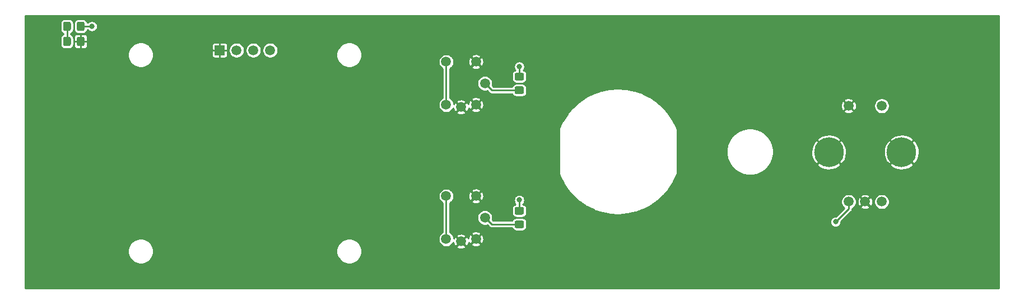
<source format=gbr>
%TF.GenerationSoftware,KiCad,Pcbnew,(5.1.6)-1*%
%TF.CreationDate,2025-05-28T07:42:33-04:00*%
%TF.ProjectId,mt32-pi-bay,6d743332-2d70-4692-9d62-61792e6b6963,rev?*%
%TF.SameCoordinates,Original*%
%TF.FileFunction,Copper,L1,Top*%
%TF.FilePolarity,Positive*%
%FSLAX46Y46*%
G04 Gerber Fmt 4.6, Leading zero omitted, Abs format (unit mm)*
G04 Created by KiCad (PCBNEW (5.1.6)-1) date 2025-05-28 07:42:33*
%MOMM*%
%LPD*%
G01*
G04 APERTURE LIST*
%TA.AperFunction,ComponentPad*%
%ADD10C,1.508000*%
%TD*%
%TA.AperFunction,ComponentPad*%
%ADD11R,1.508000X1.508000*%
%TD*%
%TA.AperFunction,ComponentPad*%
%ADD12C,1.500000*%
%TD*%
%TA.AperFunction,ComponentPad*%
%ADD13C,4.503000*%
%TD*%
%TA.AperFunction,ViaPad*%
%ADD14C,0.800000*%
%TD*%
%TA.AperFunction,Conductor*%
%ADD15C,0.250000*%
%TD*%
%TA.AperFunction,Conductor*%
%ADD16C,0.254000*%
%TD*%
G04 APERTURE END LIST*
%TO.P,D1,1*%
%TO.N,GND*%
%TA.AperFunction,SMDPad,CuDef*%
G36*
G01*
X81918500Y-75686499D02*
X81918500Y-76586501D01*
G75*
G02*
X81668501Y-76836500I-249999J0D01*
G01*
X81018499Y-76836500D01*
G75*
G02*
X80768500Y-76586501I0J249999D01*
G01*
X80768500Y-75686499D01*
G75*
G02*
X81018499Y-75436500I249999J0D01*
G01*
X81668501Y-75436500D01*
G75*
G02*
X81918500Y-75686499I0J-249999D01*
G01*
G37*
%TD.AperFunction*%
%TO.P,D1,2*%
%TO.N,Net-(D1-Pad2)*%
%TA.AperFunction,SMDPad,CuDef*%
G36*
G01*
X79868500Y-75686499D02*
X79868500Y-76586501D01*
G75*
G02*
X79618501Y-76836500I-249999J0D01*
G01*
X78968499Y-76836500D01*
G75*
G02*
X78718500Y-76586501I0J249999D01*
G01*
X78718500Y-75686499D01*
G75*
G02*
X78968499Y-75436500I249999J0D01*
G01*
X79618501Y-75436500D01*
G75*
G02*
X79868500Y-75686499I0J-249999D01*
G01*
G37*
%TD.AperFunction*%
%TD*%
D10*
%TO.P,DS1,4*%
%TO.N,SDA*%
X109982000Y-77477500D03*
%TO.P,DS1,3*%
%TO.N,SCL*%
X107442000Y-77477500D03*
%TO.P,DS1,2*%
%TO.N,+5V*%
X104902000Y-77477500D03*
D11*
%TO.P,DS1,1*%
%TO.N,GND*%
X102362000Y-77477500D03*
%TD*%
D12*
%TO.P,IC1,A1*%
%TO.N,ENC_DAT*%
X197421500Y-100393500D03*
%TO.P,IC1,B1*%
%TO.N,ENC_CLK*%
X202421500Y-100393500D03*
%TO.P,IC1,C1*%
%TO.N,GND*%
X199921500Y-100393500D03*
%TO.P,IC1,D1*%
X197421500Y-85893500D03*
%TO.P,IC1,E1*%
%TO.N,ENC_BTN*%
X202421500Y-85893500D03*
D13*
%TO.P,IC1,MH1*%
%TO.N,GND*%
X194421500Y-92893500D03*
%TO.P,IC1,MH2*%
X205421500Y-92893500D03*
%TD*%
%TO.P,R1,1*%
%TO.N,Net-(D1-Pad2)*%
%TA.AperFunction,SMDPad,CuDef*%
G36*
G01*
X78718500Y-74300501D02*
X78718500Y-73400499D01*
G75*
G02*
X78968499Y-73150500I249999J0D01*
G01*
X79618501Y-73150500D01*
G75*
G02*
X79868500Y-73400499I0J-249999D01*
G01*
X79868500Y-74300501D01*
G75*
G02*
X79618501Y-74550500I-249999J0D01*
G01*
X78968499Y-74550500D01*
G75*
G02*
X78718500Y-74300501I0J249999D01*
G01*
G37*
%TD.AperFunction*%
%TO.P,R1,2*%
%TO.N,+5V*%
%TA.AperFunction,SMDPad,CuDef*%
G36*
G01*
X80768500Y-74300501D02*
X80768500Y-73400499D01*
G75*
G02*
X81018499Y-73150500I249999J0D01*
G01*
X81668501Y-73150500D01*
G75*
G02*
X81918500Y-73400499I0J-249999D01*
G01*
X81918500Y-74300501D01*
G75*
G02*
X81668501Y-74550500I-249999J0D01*
G01*
X81018499Y-74550500D01*
G75*
G02*
X80768500Y-74300501I0J249999D01*
G01*
G37*
%TD.AperFunction*%
%TD*%
%TO.P,R2,1*%
%TO.N,+5V*%
%TA.AperFunction,SMDPad,CuDef*%
G36*
G01*
X147187499Y-80895500D02*
X148087501Y-80895500D01*
G75*
G02*
X148337500Y-81145499I0J-249999D01*
G01*
X148337500Y-81795501D01*
G75*
G02*
X148087501Y-82045500I-249999J0D01*
G01*
X147187499Y-82045500D01*
G75*
G02*
X146937500Y-81795501I0J249999D01*
G01*
X146937500Y-81145499D01*
G75*
G02*
X147187499Y-80895500I249999J0D01*
G01*
G37*
%TD.AperFunction*%
%TO.P,R2,2*%
%TO.N,Net-(R2-Pad2)*%
%TA.AperFunction,SMDPad,CuDef*%
G36*
G01*
X147187499Y-82945500D02*
X148087501Y-82945500D01*
G75*
G02*
X148337500Y-83195499I0J-249999D01*
G01*
X148337500Y-83845501D01*
G75*
G02*
X148087501Y-84095500I-249999J0D01*
G01*
X147187499Y-84095500D01*
G75*
G02*
X146937500Y-83845501I0J249999D01*
G01*
X146937500Y-83195499D01*
G75*
G02*
X147187499Y-82945500I249999J0D01*
G01*
G37*
%TD.AperFunction*%
%TD*%
%TO.P,R3,2*%
%TO.N,Net-(R3-Pad2)*%
%TA.AperFunction,SMDPad,CuDef*%
G36*
G01*
X147187499Y-103247500D02*
X148087501Y-103247500D01*
G75*
G02*
X148337500Y-103497499I0J-249999D01*
G01*
X148337500Y-104147501D01*
G75*
G02*
X148087501Y-104397500I-249999J0D01*
G01*
X147187499Y-104397500D01*
G75*
G02*
X146937500Y-104147501I0J249999D01*
G01*
X146937500Y-103497499D01*
G75*
G02*
X147187499Y-103247500I249999J0D01*
G01*
G37*
%TD.AperFunction*%
%TO.P,R3,1*%
%TO.N,+5V*%
%TA.AperFunction,SMDPad,CuDef*%
G36*
G01*
X147187499Y-101197500D02*
X148087501Y-101197500D01*
G75*
G02*
X148337500Y-101447499I0J-249999D01*
G01*
X148337500Y-102097501D01*
G75*
G02*
X148087501Y-102347500I-249999J0D01*
G01*
X147187499Y-102347500D01*
G75*
G02*
X146937500Y-102097501I0J249999D01*
G01*
X146937500Y-101447499D01*
G75*
G02*
X147187499Y-101197500I249999J0D01*
G01*
G37*
%TD.AperFunction*%
%TD*%
D12*
%TO.P,S1,1*%
%TO.N,BTN1*%
X136588500Y-85725000D03*
%TO.P,S1,2*%
X136588500Y-79225000D03*
%TO.P,S1,3*%
%TO.N,GND*%
X141088500Y-85725000D03*
%TO.P,S1,4*%
X141088500Y-79225000D03*
%TO.P,S1,5*%
%TO.N,Net-(R2-Pad2)*%
X142438500Y-82475000D03*
%TO.P,S1,6*%
%TO.N,GND*%
X138838500Y-86075000D03*
%TD*%
%TO.P,S2,6*%
%TO.N,GND*%
X138838500Y-106395000D03*
%TO.P,S2,5*%
%TO.N,Net-(R3-Pad2)*%
X142438500Y-102795000D03*
%TO.P,S2,4*%
%TO.N,GND*%
X141088500Y-99545000D03*
%TO.P,S2,3*%
X141088500Y-106045000D03*
%TO.P,S2,2*%
%TO.N,BTN2*%
X136588500Y-99545000D03*
%TO.P,S2,1*%
X136588500Y-106045000D03*
%TD*%
D14*
%TO.N,+5V*%
X83058000Y-73850500D03*
X147637500Y-79946500D03*
X147637500Y-100139500D03*
%TO.N,ENC_DAT*%
X195453000Y-103441500D03*
%TD*%
D15*
%TO.N,Net-(D1-Pad2)*%
X79293500Y-73850500D02*
X79293500Y-76136500D01*
%TO.N,+5V*%
X81343500Y-73850500D02*
X83058000Y-73850500D01*
X147637500Y-79946500D02*
X147637500Y-81470500D01*
X147637500Y-100139500D02*
X147637500Y-101772500D01*
%TO.N,ENC_DAT*%
X197421500Y-100393500D02*
X197421500Y-101473000D01*
X197421500Y-101473000D02*
X195453000Y-103441500D01*
%TO.N,BTN1*%
X136588500Y-79225000D02*
X136588500Y-85725000D01*
%TO.N,BTN2*%
X136588500Y-99545000D02*
X136588500Y-106045000D01*
%TO.N,Net-(R2-Pad2)*%
X143484000Y-83520500D02*
X142438500Y-82475000D01*
X147637500Y-83520500D02*
X143484000Y-83520500D01*
%TO.N,Net-(R3-Pad2)*%
X143466000Y-103822500D02*
X142438500Y-102795000D01*
X147637500Y-103822500D02*
X143466000Y-103822500D01*
%TD*%
D16*
%TO.N,GND*%
G36*
X220147000Y-113467000D02*
G01*
X72969000Y-113467000D01*
X72969000Y-107687707D01*
X88495000Y-107687707D01*
X88495000Y-108067293D01*
X88569053Y-108439585D01*
X88714315Y-108790277D01*
X88925201Y-109105891D01*
X89193609Y-109374299D01*
X89509223Y-109585185D01*
X89859915Y-109730447D01*
X90232207Y-109804500D01*
X90611793Y-109804500D01*
X90984085Y-109730447D01*
X91334777Y-109585185D01*
X91650391Y-109374299D01*
X91918799Y-109105891D01*
X92129685Y-108790277D01*
X92274947Y-108439585D01*
X92349000Y-108067293D01*
X92349000Y-107687707D01*
X119995000Y-107687707D01*
X119995000Y-108067293D01*
X120069053Y-108439585D01*
X120214315Y-108790277D01*
X120425201Y-109105891D01*
X120693609Y-109374299D01*
X121009223Y-109585185D01*
X121359915Y-109730447D01*
X121732207Y-109804500D01*
X122111793Y-109804500D01*
X122484085Y-109730447D01*
X122834777Y-109585185D01*
X123150391Y-109374299D01*
X123418799Y-109105891D01*
X123629685Y-108790277D01*
X123774947Y-108439585D01*
X123849000Y-108067293D01*
X123849000Y-107687707D01*
X123774947Y-107315415D01*
X123629685Y-106964723D01*
X123418799Y-106649109D01*
X123150391Y-106380701D01*
X122834777Y-106169815D01*
X122484085Y-106024553D01*
X122111793Y-105950500D01*
X121732207Y-105950500D01*
X121359915Y-106024553D01*
X121009223Y-106169815D01*
X120693609Y-106380701D01*
X120425201Y-106649109D01*
X120214315Y-106964723D01*
X120069053Y-107315415D01*
X119995000Y-107687707D01*
X92349000Y-107687707D01*
X92274947Y-107315415D01*
X92129685Y-106964723D01*
X91918799Y-106649109D01*
X91650391Y-106380701D01*
X91334777Y-106169815D01*
X90984085Y-106024553D01*
X90611793Y-105950500D01*
X90232207Y-105950500D01*
X89859915Y-106024553D01*
X89509223Y-106169815D01*
X89193609Y-106380701D01*
X88925201Y-106649109D01*
X88714315Y-106964723D01*
X88569053Y-107315415D01*
X88495000Y-107687707D01*
X72969000Y-107687707D01*
X72969000Y-99429076D01*
X135411500Y-99429076D01*
X135411500Y-99660924D01*
X135456731Y-99888318D01*
X135545456Y-100102519D01*
X135674264Y-100295294D01*
X135838206Y-100459236D01*
X136030981Y-100588044D01*
X136036500Y-100590330D01*
X136036501Y-104999670D01*
X136030981Y-105001956D01*
X135838206Y-105130764D01*
X135674264Y-105294706D01*
X135545456Y-105487481D01*
X135456731Y-105701682D01*
X135411500Y-105929076D01*
X135411500Y-106160924D01*
X135456731Y-106388318D01*
X135545456Y-106602519D01*
X135674264Y-106795294D01*
X135838206Y-106959236D01*
X136030981Y-107088044D01*
X136245182Y-107176769D01*
X136472576Y-107222000D01*
X136704424Y-107222000D01*
X136931818Y-107176769D01*
X136943577Y-107171898D01*
X138094129Y-107171898D01*
X138162068Y-107365158D01*
X138364334Y-107478483D01*
X138584822Y-107550169D01*
X138815059Y-107577463D01*
X139046196Y-107559316D01*
X139269352Y-107496424D01*
X139475950Y-107391205D01*
X139514932Y-107365158D01*
X139582871Y-107171898D01*
X138838500Y-106427527D01*
X138094129Y-107171898D01*
X136943577Y-107171898D01*
X137146019Y-107088044D01*
X137338794Y-106959236D01*
X137502736Y-106795294D01*
X137631544Y-106602519D01*
X137667378Y-106516008D01*
X137674184Y-106602696D01*
X137737076Y-106825852D01*
X137842295Y-107032450D01*
X137868342Y-107071432D01*
X138061602Y-107139371D01*
X138805973Y-106395000D01*
X138871027Y-106395000D01*
X139615398Y-107139371D01*
X139808658Y-107071432D01*
X139921983Y-106869166D01*
X139937350Y-106821898D01*
X140344129Y-106821898D01*
X140412068Y-107015158D01*
X140614334Y-107128483D01*
X140834822Y-107200169D01*
X141065059Y-107227463D01*
X141296196Y-107209316D01*
X141519352Y-107146424D01*
X141725950Y-107041205D01*
X141764932Y-107015158D01*
X141832871Y-106821898D01*
X141088500Y-106077527D01*
X140344129Y-106821898D01*
X139937350Y-106821898D01*
X139993669Y-106648678D01*
X140009044Y-106518986D01*
X140092295Y-106682450D01*
X140118342Y-106721432D01*
X140311602Y-106789371D01*
X141055973Y-106045000D01*
X141121027Y-106045000D01*
X141865398Y-106789371D01*
X142058658Y-106721432D01*
X142171983Y-106519166D01*
X142243669Y-106298678D01*
X142270963Y-106068441D01*
X142252816Y-105837304D01*
X142189924Y-105614148D01*
X142084705Y-105407550D01*
X142058658Y-105368568D01*
X141865398Y-105300629D01*
X141121027Y-106045000D01*
X141055973Y-106045000D01*
X140311602Y-105300629D01*
X140118342Y-105368568D01*
X140005017Y-105570834D01*
X139933331Y-105791322D01*
X139917956Y-105921014D01*
X139834705Y-105757550D01*
X139808658Y-105718568D01*
X139615398Y-105650629D01*
X138871027Y-106395000D01*
X138805973Y-106395000D01*
X138061602Y-105650629D01*
X137868342Y-105718568D01*
X137761544Y-105909185D01*
X137720269Y-105701682D01*
X137685650Y-105618102D01*
X138094129Y-105618102D01*
X138838500Y-106362473D01*
X139582871Y-105618102D01*
X139514932Y-105424842D01*
X139312666Y-105311517D01*
X139179133Y-105268102D01*
X140344129Y-105268102D01*
X141088500Y-106012473D01*
X141832871Y-105268102D01*
X141764932Y-105074842D01*
X141562666Y-104961517D01*
X141342178Y-104889831D01*
X141111941Y-104862537D01*
X140880804Y-104880684D01*
X140657648Y-104943576D01*
X140451050Y-105048795D01*
X140412068Y-105074842D01*
X140344129Y-105268102D01*
X139179133Y-105268102D01*
X139092178Y-105239831D01*
X138861941Y-105212537D01*
X138630804Y-105230684D01*
X138407648Y-105293576D01*
X138201050Y-105398795D01*
X138162068Y-105424842D01*
X138094129Y-105618102D01*
X137685650Y-105618102D01*
X137631544Y-105487481D01*
X137502736Y-105294706D01*
X137338794Y-105130764D01*
X137146019Y-105001956D01*
X137140500Y-104999670D01*
X137140500Y-102679076D01*
X141261500Y-102679076D01*
X141261500Y-102910924D01*
X141306731Y-103138318D01*
X141395456Y-103352519D01*
X141524264Y-103545294D01*
X141688206Y-103709236D01*
X141880981Y-103838044D01*
X142095182Y-103926769D01*
X142322576Y-103972000D01*
X142554424Y-103972000D01*
X142781818Y-103926769D01*
X142787337Y-103924483D01*
X143056508Y-104193654D01*
X143073789Y-104214711D01*
X143157842Y-104283691D01*
X143253737Y-104334948D01*
X143357789Y-104366512D01*
X143438891Y-104374500D01*
X143438901Y-104374500D01*
X143465999Y-104377169D01*
X143493097Y-104374500D01*
X146550155Y-104374500D01*
X146560125Y-104407368D01*
X146622877Y-104524769D01*
X146707328Y-104627672D01*
X146810231Y-104712123D01*
X146927632Y-104774875D01*
X147055020Y-104813518D01*
X147187499Y-104826566D01*
X148087501Y-104826566D01*
X148219980Y-104813518D01*
X148347368Y-104774875D01*
X148464769Y-104712123D01*
X148567672Y-104627672D01*
X148652123Y-104524769D01*
X148714875Y-104407368D01*
X148753518Y-104279980D01*
X148766566Y-104147501D01*
X148766566Y-103497499D01*
X148753518Y-103365020D01*
X148752010Y-103360048D01*
X194626000Y-103360048D01*
X194626000Y-103522952D01*
X194657782Y-103682727D01*
X194720123Y-103833231D01*
X194810628Y-103968681D01*
X194925819Y-104083872D01*
X195061269Y-104174377D01*
X195211773Y-104236718D01*
X195371548Y-104268500D01*
X195534452Y-104268500D01*
X195694227Y-104236718D01*
X195844731Y-104174377D01*
X195980181Y-104083872D01*
X196095372Y-103968681D01*
X196185877Y-103833231D01*
X196248218Y-103682727D01*
X196280000Y-103522952D01*
X196280000Y-103395144D01*
X197792654Y-101882492D01*
X197813711Y-101865211D01*
X197867549Y-101799609D01*
X197882691Y-101781159D01*
X197917845Y-101715389D01*
X197933948Y-101685263D01*
X197965512Y-101581211D01*
X197973500Y-101500109D01*
X197973500Y-101500099D01*
X197976169Y-101473001D01*
X197973500Y-101445903D01*
X197973500Y-101438830D01*
X197979019Y-101436544D01*
X198171794Y-101307736D01*
X198309132Y-101170398D01*
X199177129Y-101170398D01*
X199245068Y-101363658D01*
X199447334Y-101476983D01*
X199667822Y-101548669D01*
X199898059Y-101575963D01*
X200129196Y-101557816D01*
X200352352Y-101494924D01*
X200558950Y-101389705D01*
X200597932Y-101363658D01*
X200665871Y-101170398D01*
X199921500Y-100426027D01*
X199177129Y-101170398D01*
X198309132Y-101170398D01*
X198335736Y-101143794D01*
X198464544Y-100951019D01*
X198553269Y-100736818D01*
X198598500Y-100509424D01*
X198598500Y-100370059D01*
X198739037Y-100370059D01*
X198757184Y-100601196D01*
X198820076Y-100824352D01*
X198925295Y-101030950D01*
X198951342Y-101069932D01*
X199144602Y-101137871D01*
X199888973Y-100393500D01*
X199954027Y-100393500D01*
X200698398Y-101137871D01*
X200891658Y-101069932D01*
X201004983Y-100867666D01*
X201076669Y-100647178D01*
X201103963Y-100416941D01*
X201093022Y-100277576D01*
X201244500Y-100277576D01*
X201244500Y-100509424D01*
X201289731Y-100736818D01*
X201378456Y-100951019D01*
X201507264Y-101143794D01*
X201671206Y-101307736D01*
X201863981Y-101436544D01*
X202078182Y-101525269D01*
X202305576Y-101570500D01*
X202537424Y-101570500D01*
X202764818Y-101525269D01*
X202979019Y-101436544D01*
X203171794Y-101307736D01*
X203335736Y-101143794D01*
X203464544Y-100951019D01*
X203553269Y-100736818D01*
X203598500Y-100509424D01*
X203598500Y-100277576D01*
X203553269Y-100050182D01*
X203464544Y-99835981D01*
X203335736Y-99643206D01*
X203171794Y-99479264D01*
X202979019Y-99350456D01*
X202764818Y-99261731D01*
X202537424Y-99216500D01*
X202305576Y-99216500D01*
X202078182Y-99261731D01*
X201863981Y-99350456D01*
X201671206Y-99479264D01*
X201507264Y-99643206D01*
X201378456Y-99835981D01*
X201289731Y-100050182D01*
X201244500Y-100277576D01*
X201093022Y-100277576D01*
X201085816Y-100185804D01*
X201022924Y-99962648D01*
X200917705Y-99756050D01*
X200891658Y-99717068D01*
X200698398Y-99649129D01*
X199954027Y-100393500D01*
X199888973Y-100393500D01*
X199144602Y-99649129D01*
X198951342Y-99717068D01*
X198838017Y-99919334D01*
X198766331Y-100139822D01*
X198739037Y-100370059D01*
X198598500Y-100370059D01*
X198598500Y-100277576D01*
X198553269Y-100050182D01*
X198464544Y-99835981D01*
X198335736Y-99643206D01*
X198309132Y-99616602D01*
X199177129Y-99616602D01*
X199921500Y-100360973D01*
X200665871Y-99616602D01*
X200597932Y-99423342D01*
X200395666Y-99310017D01*
X200175178Y-99238331D01*
X199944941Y-99211037D01*
X199713804Y-99229184D01*
X199490648Y-99292076D01*
X199284050Y-99397295D01*
X199245068Y-99423342D01*
X199177129Y-99616602D01*
X198309132Y-99616602D01*
X198171794Y-99479264D01*
X197979019Y-99350456D01*
X197764818Y-99261731D01*
X197537424Y-99216500D01*
X197305576Y-99216500D01*
X197078182Y-99261731D01*
X196863981Y-99350456D01*
X196671206Y-99479264D01*
X196507264Y-99643206D01*
X196378456Y-99835981D01*
X196289731Y-100050182D01*
X196244500Y-100277576D01*
X196244500Y-100509424D01*
X196289731Y-100736818D01*
X196378456Y-100951019D01*
X196507264Y-101143794D01*
X196671206Y-101307736D01*
X196752080Y-101361774D01*
X195499356Y-102614500D01*
X195371548Y-102614500D01*
X195211773Y-102646282D01*
X195061269Y-102708623D01*
X194925819Y-102799128D01*
X194810628Y-102914319D01*
X194720123Y-103049769D01*
X194657782Y-103200273D01*
X194626000Y-103360048D01*
X148752010Y-103360048D01*
X148714875Y-103237632D01*
X148652123Y-103120231D01*
X148567672Y-103017328D01*
X148464769Y-102932877D01*
X148347368Y-102870125D01*
X148219980Y-102831482D01*
X148087501Y-102818434D01*
X147187499Y-102818434D01*
X147055020Y-102831482D01*
X146927632Y-102870125D01*
X146810231Y-102932877D01*
X146707328Y-103017328D01*
X146622877Y-103120231D01*
X146560125Y-103237632D01*
X146550155Y-103270500D01*
X143694646Y-103270500D01*
X143567983Y-103143837D01*
X143570269Y-103138318D01*
X143615500Y-102910924D01*
X143615500Y-102679076D01*
X143570269Y-102451682D01*
X143481544Y-102237481D01*
X143352736Y-102044706D01*
X143188794Y-101880764D01*
X142996019Y-101751956D01*
X142781818Y-101663231D01*
X142554424Y-101618000D01*
X142322576Y-101618000D01*
X142095182Y-101663231D01*
X141880981Y-101751956D01*
X141688206Y-101880764D01*
X141524264Y-102044706D01*
X141395456Y-102237481D01*
X141306731Y-102451682D01*
X141261500Y-102679076D01*
X137140500Y-102679076D01*
X137140500Y-101447499D01*
X146508434Y-101447499D01*
X146508434Y-102097501D01*
X146521482Y-102229980D01*
X146560125Y-102357368D01*
X146622877Y-102474769D01*
X146707328Y-102577672D01*
X146810231Y-102662123D01*
X146927632Y-102724875D01*
X147055020Y-102763518D01*
X147187499Y-102776566D01*
X148087501Y-102776566D01*
X148219980Y-102763518D01*
X148347368Y-102724875D01*
X148464769Y-102662123D01*
X148567672Y-102577672D01*
X148652123Y-102474769D01*
X148714875Y-102357368D01*
X148753518Y-102229980D01*
X148766566Y-102097501D01*
X148766566Y-101447499D01*
X148753518Y-101315020D01*
X148714875Y-101187632D01*
X148652123Y-101070231D01*
X148567672Y-100967328D01*
X148464769Y-100882877D01*
X148347368Y-100820125D01*
X148219980Y-100781482D01*
X148189500Y-100778480D01*
X148189500Y-100757053D01*
X148279872Y-100666681D01*
X148370377Y-100531231D01*
X148432718Y-100380727D01*
X148464500Y-100220952D01*
X148464500Y-100058048D01*
X148432718Y-99898273D01*
X148370377Y-99747769D01*
X148279872Y-99612319D01*
X148164681Y-99497128D01*
X148029231Y-99406623D01*
X147878727Y-99344282D01*
X147718952Y-99312500D01*
X147556048Y-99312500D01*
X147396273Y-99344282D01*
X147245769Y-99406623D01*
X147110319Y-99497128D01*
X146995128Y-99612319D01*
X146904623Y-99747769D01*
X146842282Y-99898273D01*
X146810500Y-100058048D01*
X146810500Y-100220952D01*
X146842282Y-100380727D01*
X146904623Y-100531231D01*
X146995128Y-100666681D01*
X147085500Y-100757053D01*
X147085500Y-100778480D01*
X147055020Y-100781482D01*
X146927632Y-100820125D01*
X146810231Y-100882877D01*
X146707328Y-100967328D01*
X146622877Y-101070231D01*
X146560125Y-101187632D01*
X146521482Y-101315020D01*
X146508434Y-101447499D01*
X137140500Y-101447499D01*
X137140500Y-100590330D01*
X137146019Y-100588044D01*
X137338794Y-100459236D01*
X137476132Y-100321898D01*
X140344129Y-100321898D01*
X140412068Y-100515158D01*
X140614334Y-100628483D01*
X140834822Y-100700169D01*
X141065059Y-100727463D01*
X141296196Y-100709316D01*
X141519352Y-100646424D01*
X141725950Y-100541205D01*
X141764932Y-100515158D01*
X141832871Y-100321898D01*
X141088500Y-99577527D01*
X140344129Y-100321898D01*
X137476132Y-100321898D01*
X137502736Y-100295294D01*
X137631544Y-100102519D01*
X137720269Y-99888318D01*
X137765500Y-99660924D01*
X137765500Y-99521559D01*
X139906037Y-99521559D01*
X139924184Y-99752696D01*
X139987076Y-99975852D01*
X140092295Y-100182450D01*
X140118342Y-100221432D01*
X140311602Y-100289371D01*
X141055973Y-99545000D01*
X141121027Y-99545000D01*
X141865398Y-100289371D01*
X142058658Y-100221432D01*
X142171983Y-100019166D01*
X142243669Y-99798678D01*
X142270963Y-99568441D01*
X142252816Y-99337304D01*
X142189924Y-99114148D01*
X142084705Y-98907550D01*
X142058658Y-98868568D01*
X141865398Y-98800629D01*
X141121027Y-99545000D01*
X141055973Y-99545000D01*
X140311602Y-98800629D01*
X140118342Y-98868568D01*
X140005017Y-99070834D01*
X139933331Y-99291322D01*
X139906037Y-99521559D01*
X137765500Y-99521559D01*
X137765500Y-99429076D01*
X137720269Y-99201682D01*
X137631544Y-98987481D01*
X137502736Y-98794706D01*
X137476132Y-98768102D01*
X140344129Y-98768102D01*
X141088500Y-99512473D01*
X141832871Y-98768102D01*
X141764932Y-98574842D01*
X141562666Y-98461517D01*
X141342178Y-98389831D01*
X141111941Y-98362537D01*
X140880804Y-98380684D01*
X140657648Y-98443576D01*
X140451050Y-98548795D01*
X140412068Y-98574842D01*
X140344129Y-98768102D01*
X137476132Y-98768102D01*
X137338794Y-98630764D01*
X137146019Y-98501956D01*
X136931818Y-98413231D01*
X136704424Y-98368000D01*
X136472576Y-98368000D01*
X136245182Y-98413231D01*
X136030981Y-98501956D01*
X135838206Y-98630764D01*
X135674264Y-98794706D01*
X135545456Y-98987481D01*
X135456731Y-99201682D01*
X135411500Y-99429076D01*
X72969000Y-99429076D01*
X72969000Y-89444080D01*
X153646314Y-89444080D01*
X153662556Y-96162298D01*
X153669256Y-96228684D01*
X153695308Y-96313824D01*
X153704455Y-96330838D01*
X153757344Y-96462521D01*
X153760452Y-96468983D01*
X153771253Y-96493693D01*
X154302114Y-97572059D01*
X154306852Y-97580262D01*
X154310829Y-97588865D01*
X154332079Y-97623938D01*
X155000896Y-98622622D01*
X155006672Y-98630120D01*
X155011757Y-98638129D01*
X155037459Y-98670083D01*
X155832484Y-99571538D01*
X155839204Y-99578209D01*
X155845301Y-99585472D01*
X155875003Y-99613746D01*
X156782268Y-100402137D01*
X156789814Y-100407863D01*
X156796815Y-100414253D01*
X156829996Y-100438351D01*
X157833560Y-101099823D01*
X157841803Y-101104504D01*
X157849582Y-101109908D01*
X157885658Y-101129406D01*
X158967890Y-101652340D01*
X158976674Y-101655887D01*
X158985105Y-101660218D01*
X159023443Y-101674774D01*
X160165330Y-102049981D01*
X160174498Y-102052333D01*
X160183436Y-102055514D01*
X160223362Y-102064871D01*
X161404842Y-102285761D01*
X161414244Y-102286880D01*
X161423519Y-102288850D01*
X161464332Y-102292844D01*
X162664647Y-102355536D01*
X162674123Y-102355402D01*
X162683570Y-102356127D01*
X162724553Y-102354689D01*
X163922616Y-102258081D01*
X163931992Y-102256695D01*
X163941451Y-102256164D01*
X163981876Y-102249319D01*
X163981884Y-102249318D01*
X163981887Y-102249317D01*
X165156643Y-101995107D01*
X165165741Y-101992496D01*
X165175059Y-101990717D01*
X165214231Y-101978583D01*
X166345052Y-101571235D01*
X166353733Y-101567441D01*
X166362726Y-101564447D01*
X166399949Y-101547239D01*
X167466961Y-100993911D01*
X167475060Y-100989004D01*
X167483581Y-100984846D01*
X167518201Y-100962867D01*
X168502659Y-100273281D01*
X168510039Y-100267345D01*
X168517935Y-100262097D01*
X168549344Y-100235731D01*
X169433952Y-99422002D01*
X169440478Y-99415146D01*
X169447614Y-99408897D01*
X169475261Y-99378609D01*
X170244477Y-98455033D01*
X170250043Y-98447369D01*
X170256286Y-98440235D01*
X170279683Y-98406557D01*
X170919993Y-97389360D01*
X170924496Y-97381029D01*
X170929741Y-97373131D01*
X170948479Y-97336654D01*
X171442324Y-96257496D01*
X171456293Y-96231699D01*
X171482600Y-96146637D01*
X171489499Y-96080271D01*
X171508934Y-92486883D01*
X178955700Y-92486883D01*
X178955700Y-93187117D01*
X179092309Y-93873897D01*
X179360277Y-94520829D01*
X179749307Y-95103053D01*
X180244447Y-95598193D01*
X180826671Y-95987223D01*
X181473603Y-96255191D01*
X182160383Y-96391800D01*
X182860617Y-96391800D01*
X183547397Y-96255191D01*
X184194329Y-95987223D01*
X184776553Y-95598193D01*
X185271693Y-95103053D01*
X185516043Y-94737357D01*
X192610170Y-94737357D01*
X192858165Y-95084377D01*
X193315622Y-95347272D01*
X193815579Y-95515869D01*
X194338820Y-95583690D01*
X194865239Y-95548129D01*
X195374605Y-95410551D01*
X195847343Y-95176245D01*
X195984835Y-95084377D01*
X196232830Y-94737357D01*
X203610170Y-94737357D01*
X203858165Y-95084377D01*
X204315622Y-95347272D01*
X204815579Y-95515869D01*
X205338820Y-95583690D01*
X205865239Y-95548129D01*
X206374605Y-95410551D01*
X206847343Y-95176245D01*
X206984835Y-95084377D01*
X207232830Y-94737357D01*
X205421500Y-92926027D01*
X203610170Y-94737357D01*
X196232830Y-94737357D01*
X194421500Y-92926027D01*
X192610170Y-94737357D01*
X185516043Y-94737357D01*
X185660723Y-94520829D01*
X185928691Y-93873897D01*
X186065300Y-93187117D01*
X186065300Y-92810820D01*
X191731310Y-92810820D01*
X191766871Y-93337239D01*
X191904449Y-93846605D01*
X192138755Y-94319343D01*
X192230623Y-94456835D01*
X192577643Y-94704830D01*
X194388973Y-92893500D01*
X194454027Y-92893500D01*
X196265357Y-94704830D01*
X196612377Y-94456835D01*
X196875272Y-93999378D01*
X197043869Y-93499421D01*
X197111690Y-92976180D01*
X197100520Y-92810820D01*
X202731310Y-92810820D01*
X202766871Y-93337239D01*
X202904449Y-93846605D01*
X203138755Y-94319343D01*
X203230623Y-94456835D01*
X203577643Y-94704830D01*
X205388973Y-92893500D01*
X205454027Y-92893500D01*
X207265357Y-94704830D01*
X207612377Y-94456835D01*
X207875272Y-93999378D01*
X208043869Y-93499421D01*
X208111690Y-92976180D01*
X208076129Y-92449761D01*
X207938551Y-91940395D01*
X207704245Y-91467657D01*
X207612377Y-91330165D01*
X207265357Y-91082170D01*
X205454027Y-92893500D01*
X205388973Y-92893500D01*
X203577643Y-91082170D01*
X203230623Y-91330165D01*
X202967728Y-91787622D01*
X202799131Y-92287579D01*
X202731310Y-92810820D01*
X197100520Y-92810820D01*
X197076129Y-92449761D01*
X196938551Y-91940395D01*
X196704245Y-91467657D01*
X196612377Y-91330165D01*
X196265357Y-91082170D01*
X194454027Y-92893500D01*
X194388973Y-92893500D01*
X192577643Y-91082170D01*
X192230623Y-91330165D01*
X191967728Y-91787622D01*
X191799131Y-92287579D01*
X191731310Y-92810820D01*
X186065300Y-92810820D01*
X186065300Y-92486883D01*
X185928691Y-91800103D01*
X185660723Y-91153171D01*
X185591548Y-91049643D01*
X192610170Y-91049643D01*
X194421500Y-92860973D01*
X196232830Y-91049643D01*
X203610170Y-91049643D01*
X205421500Y-92860973D01*
X207232830Y-91049643D01*
X206984835Y-90702623D01*
X206527378Y-90439728D01*
X206027421Y-90271131D01*
X205504180Y-90203310D01*
X204977761Y-90238871D01*
X204468395Y-90376449D01*
X203995657Y-90610755D01*
X203858165Y-90702623D01*
X203610170Y-91049643D01*
X196232830Y-91049643D01*
X195984835Y-90702623D01*
X195527378Y-90439728D01*
X195027421Y-90271131D01*
X194504180Y-90203310D01*
X193977761Y-90238871D01*
X193468395Y-90376449D01*
X192995657Y-90610755D01*
X192858165Y-90702623D01*
X192610170Y-91049643D01*
X185591548Y-91049643D01*
X185271693Y-90570947D01*
X184776553Y-90075807D01*
X184194329Y-89686777D01*
X183547397Y-89418809D01*
X182860617Y-89282200D01*
X182160383Y-89282200D01*
X181473603Y-89418809D01*
X180826671Y-89686777D01*
X180244447Y-90075807D01*
X179749307Y-90570947D01*
X179360277Y-91153171D01*
X179092309Y-91800103D01*
X178955700Y-92486883D01*
X171508934Y-92486883D01*
X171524664Y-89578741D01*
X171518483Y-89512305D01*
X171493098Y-89426963D01*
X171484611Y-89410876D01*
X171414510Y-89229679D01*
X171411752Y-89223752D01*
X171400431Y-89197139D01*
X170879229Y-88111524D01*
X170874575Y-88103279D01*
X170870680Y-88094632D01*
X170849776Y-88059352D01*
X170189572Y-87052205D01*
X170183867Y-87044647D01*
X170178864Y-87036592D01*
X170153478Y-87004386D01*
X169864723Y-86670398D01*
X196677129Y-86670398D01*
X196745068Y-86863658D01*
X196947334Y-86976983D01*
X197167822Y-87048669D01*
X197398059Y-87075963D01*
X197629196Y-87057816D01*
X197852352Y-86994924D01*
X198058950Y-86889705D01*
X198097932Y-86863658D01*
X198165871Y-86670398D01*
X197421500Y-85926027D01*
X196677129Y-86670398D01*
X169864723Y-86670398D01*
X169365872Y-86093404D01*
X169359214Y-86086664D01*
X169353193Y-86079345D01*
X169323771Y-86050779D01*
X169119895Y-85870059D01*
X196239037Y-85870059D01*
X196257184Y-86101196D01*
X196320076Y-86324352D01*
X196425295Y-86530950D01*
X196451342Y-86569932D01*
X196644602Y-86637871D01*
X197388973Y-85893500D01*
X197454027Y-85893500D01*
X198198398Y-86637871D01*
X198391658Y-86569932D01*
X198504983Y-86367666D01*
X198576669Y-86147178D01*
X198603963Y-85916941D01*
X198593022Y-85777576D01*
X201244500Y-85777576D01*
X201244500Y-86009424D01*
X201289731Y-86236818D01*
X201378456Y-86451019D01*
X201507264Y-86643794D01*
X201671206Y-86807736D01*
X201863981Y-86936544D01*
X202078182Y-87025269D01*
X202305576Y-87070500D01*
X202537424Y-87070500D01*
X202764818Y-87025269D01*
X202979019Y-86936544D01*
X203171794Y-86807736D01*
X203335736Y-86643794D01*
X203464544Y-86451019D01*
X203553269Y-86236818D01*
X203598500Y-86009424D01*
X203598500Y-85777576D01*
X203553269Y-85550182D01*
X203464544Y-85335981D01*
X203335736Y-85143206D01*
X203171794Y-84979264D01*
X202979019Y-84850456D01*
X202764818Y-84761731D01*
X202537424Y-84716500D01*
X202305576Y-84716500D01*
X202078182Y-84761731D01*
X201863981Y-84850456D01*
X201671206Y-84979264D01*
X201507264Y-85143206D01*
X201378456Y-85335981D01*
X201289731Y-85550182D01*
X201244500Y-85777576D01*
X198593022Y-85777576D01*
X198585816Y-85685804D01*
X198522924Y-85462648D01*
X198417705Y-85256050D01*
X198391658Y-85217068D01*
X198198398Y-85149129D01*
X197454027Y-85893500D01*
X197388973Y-85893500D01*
X196644602Y-85149129D01*
X196451342Y-85217068D01*
X196338017Y-85419334D01*
X196266331Y-85639822D01*
X196239037Y-85870059D01*
X169119895Y-85870059D01*
X168422601Y-85251965D01*
X168415112Y-85246166D01*
X168408175Y-85239707D01*
X168375233Y-85215283D01*
X168228681Y-85116602D01*
X196677129Y-85116602D01*
X197421500Y-85860973D01*
X198165871Y-85116602D01*
X198097932Y-84923342D01*
X197895666Y-84810017D01*
X197675178Y-84738331D01*
X197444941Y-84711037D01*
X197213804Y-84729184D01*
X196990648Y-84792076D01*
X196784050Y-84897295D01*
X196745068Y-84923342D01*
X196677129Y-85116602D01*
X168228681Y-85116602D01*
X167376331Y-84542671D01*
X167368139Y-84537912D01*
X167360409Y-84532428D01*
X167324527Y-84512576D01*
X166245443Y-83977984D01*
X166236689Y-83974349D01*
X166228306Y-83969937D01*
X166190113Y-83955005D01*
X165049804Y-83567825D01*
X165040659Y-83565382D01*
X165031754Y-83562114D01*
X164991922Y-83552365D01*
X163810424Y-83319399D01*
X163801025Y-83318186D01*
X163791778Y-83316127D01*
X163751006Y-83311731D01*
X162549074Y-83237071D01*
X162539604Y-83237112D01*
X162530158Y-83236293D01*
X162489163Y-83237328D01*
X161287916Y-83322289D01*
X161278530Y-83323583D01*
X161269064Y-83324020D01*
X161228565Y-83330467D01*
X160049108Y-83573555D01*
X160039985Y-83576076D01*
X160030650Y-83577763D01*
X159991360Y-83589510D01*
X158854414Y-83986452D01*
X158845700Y-83990159D01*
X158836674Y-83993065D01*
X158799283Y-84009906D01*
X157724821Y-84553730D01*
X157716674Y-84558557D01*
X157708112Y-84562631D01*
X157673277Y-84584268D01*
X156680179Y-85265419D01*
X156672740Y-85271283D01*
X156664794Y-85276452D01*
X156633127Y-85302506D01*
X155738838Y-86109017D01*
X155732240Y-86115813D01*
X155725047Y-86121988D01*
X155697104Y-86152002D01*
X154917338Y-87069703D01*
X154911699Y-87077309D01*
X154905383Y-87084384D01*
X154881655Y-87117830D01*
X154230111Y-88130600D01*
X154225526Y-88138888D01*
X154220204Y-88146732D01*
X154201107Y-88183022D01*
X153693971Y-89262971D01*
X153678334Y-89292397D01*
X153652694Y-89377663D01*
X153646314Y-89444080D01*
X72969000Y-89444080D01*
X72969000Y-77987707D01*
X88495000Y-77987707D01*
X88495000Y-78367293D01*
X88569053Y-78739585D01*
X88714315Y-79090277D01*
X88925201Y-79405891D01*
X89193609Y-79674299D01*
X89509223Y-79885185D01*
X89859915Y-80030447D01*
X90232207Y-80104500D01*
X90611793Y-80104500D01*
X90984085Y-80030447D01*
X91334777Y-79885185D01*
X91650391Y-79674299D01*
X91918799Y-79405891D01*
X92129685Y-79090277D01*
X92274947Y-78739585D01*
X92349000Y-78367293D01*
X92349000Y-78231500D01*
X101178934Y-78231500D01*
X101187178Y-78315207D01*
X101211595Y-78395696D01*
X101251245Y-78469876D01*
X101304605Y-78534895D01*
X101369624Y-78588255D01*
X101443804Y-78627905D01*
X101524293Y-78652322D01*
X101608000Y-78660566D01*
X102232250Y-78658500D01*
X102339000Y-78551750D01*
X102339000Y-77500500D01*
X102385000Y-77500500D01*
X102385000Y-78551750D01*
X102491750Y-78658500D01*
X103116000Y-78660566D01*
X103199707Y-78652322D01*
X103280196Y-78627905D01*
X103354376Y-78588255D01*
X103419395Y-78534895D01*
X103472755Y-78469876D01*
X103512405Y-78395696D01*
X103536822Y-78315207D01*
X103545066Y-78231500D01*
X103543000Y-77607250D01*
X103436250Y-77500500D01*
X102385000Y-77500500D01*
X102339000Y-77500500D01*
X101287750Y-77500500D01*
X101181000Y-77607250D01*
X101178934Y-78231500D01*
X92349000Y-78231500D01*
X92349000Y-77987707D01*
X92274947Y-77615415D01*
X92129685Y-77264723D01*
X91918799Y-76949109D01*
X91693190Y-76723500D01*
X101178934Y-76723500D01*
X101181000Y-77347750D01*
X101287750Y-77454500D01*
X102339000Y-77454500D01*
X102339000Y-76403250D01*
X102385000Y-76403250D01*
X102385000Y-77454500D01*
X103436250Y-77454500D01*
X103529568Y-77361182D01*
X103721000Y-77361182D01*
X103721000Y-77593818D01*
X103766386Y-77821985D01*
X103855412Y-78036913D01*
X103984658Y-78230343D01*
X104149157Y-78394842D01*
X104342587Y-78524088D01*
X104557515Y-78613114D01*
X104785682Y-78658500D01*
X105018318Y-78658500D01*
X105246485Y-78613114D01*
X105461413Y-78524088D01*
X105654843Y-78394842D01*
X105819342Y-78230343D01*
X105948588Y-78036913D01*
X106037614Y-77821985D01*
X106083000Y-77593818D01*
X106083000Y-77361182D01*
X106261000Y-77361182D01*
X106261000Y-77593818D01*
X106306386Y-77821985D01*
X106395412Y-78036913D01*
X106524658Y-78230343D01*
X106689157Y-78394842D01*
X106882587Y-78524088D01*
X107097515Y-78613114D01*
X107325682Y-78658500D01*
X107558318Y-78658500D01*
X107786485Y-78613114D01*
X108001413Y-78524088D01*
X108194843Y-78394842D01*
X108359342Y-78230343D01*
X108488588Y-78036913D01*
X108577614Y-77821985D01*
X108623000Y-77593818D01*
X108623000Y-77361182D01*
X108801000Y-77361182D01*
X108801000Y-77593818D01*
X108846386Y-77821985D01*
X108935412Y-78036913D01*
X109064658Y-78230343D01*
X109229157Y-78394842D01*
X109422587Y-78524088D01*
X109637515Y-78613114D01*
X109865682Y-78658500D01*
X110098318Y-78658500D01*
X110326485Y-78613114D01*
X110541413Y-78524088D01*
X110734843Y-78394842D01*
X110899342Y-78230343D01*
X111028588Y-78036913D01*
X111048969Y-77987707D01*
X119995000Y-77987707D01*
X119995000Y-78367293D01*
X120069053Y-78739585D01*
X120214315Y-79090277D01*
X120425201Y-79405891D01*
X120693609Y-79674299D01*
X121009223Y-79885185D01*
X121359915Y-80030447D01*
X121732207Y-80104500D01*
X122111793Y-80104500D01*
X122484085Y-80030447D01*
X122834777Y-79885185D01*
X123150391Y-79674299D01*
X123418799Y-79405891D01*
X123617123Y-79109076D01*
X135411500Y-79109076D01*
X135411500Y-79340924D01*
X135456731Y-79568318D01*
X135545456Y-79782519D01*
X135674264Y-79975294D01*
X135838206Y-80139236D01*
X136030981Y-80268044D01*
X136036500Y-80270330D01*
X136036501Y-84679670D01*
X136030981Y-84681956D01*
X135838206Y-84810764D01*
X135674264Y-84974706D01*
X135545456Y-85167481D01*
X135456731Y-85381682D01*
X135411500Y-85609076D01*
X135411500Y-85840924D01*
X135456731Y-86068318D01*
X135545456Y-86282519D01*
X135674264Y-86475294D01*
X135838206Y-86639236D01*
X136030981Y-86768044D01*
X136245182Y-86856769D01*
X136472576Y-86902000D01*
X136704424Y-86902000D01*
X136931818Y-86856769D01*
X136943577Y-86851898D01*
X138094129Y-86851898D01*
X138162068Y-87045158D01*
X138364334Y-87158483D01*
X138584822Y-87230169D01*
X138815059Y-87257463D01*
X139046196Y-87239316D01*
X139269352Y-87176424D01*
X139475950Y-87071205D01*
X139514932Y-87045158D01*
X139582871Y-86851898D01*
X138838500Y-86107527D01*
X138094129Y-86851898D01*
X136943577Y-86851898D01*
X137146019Y-86768044D01*
X137338794Y-86639236D01*
X137502736Y-86475294D01*
X137631544Y-86282519D01*
X137667378Y-86196008D01*
X137674184Y-86282696D01*
X137737076Y-86505852D01*
X137842295Y-86712450D01*
X137868342Y-86751432D01*
X138061602Y-86819371D01*
X138805973Y-86075000D01*
X138871027Y-86075000D01*
X139615398Y-86819371D01*
X139808658Y-86751432D01*
X139921983Y-86549166D01*
X139937350Y-86501898D01*
X140344129Y-86501898D01*
X140412068Y-86695158D01*
X140614334Y-86808483D01*
X140834822Y-86880169D01*
X141065059Y-86907463D01*
X141296196Y-86889316D01*
X141519352Y-86826424D01*
X141725950Y-86721205D01*
X141764932Y-86695158D01*
X141832871Y-86501898D01*
X141088500Y-85757527D01*
X140344129Y-86501898D01*
X139937350Y-86501898D01*
X139993669Y-86328678D01*
X140009044Y-86198986D01*
X140092295Y-86362450D01*
X140118342Y-86401432D01*
X140311602Y-86469371D01*
X141055973Y-85725000D01*
X141121027Y-85725000D01*
X141865398Y-86469371D01*
X142058658Y-86401432D01*
X142171983Y-86199166D01*
X142243669Y-85978678D01*
X142270963Y-85748441D01*
X142252816Y-85517304D01*
X142189924Y-85294148D01*
X142084705Y-85087550D01*
X142058658Y-85048568D01*
X141865398Y-84980629D01*
X141121027Y-85725000D01*
X141055973Y-85725000D01*
X140311602Y-84980629D01*
X140118342Y-85048568D01*
X140005017Y-85250834D01*
X139933331Y-85471322D01*
X139917956Y-85601014D01*
X139834705Y-85437550D01*
X139808658Y-85398568D01*
X139615398Y-85330629D01*
X138871027Y-86075000D01*
X138805973Y-86075000D01*
X138061602Y-85330629D01*
X137868342Y-85398568D01*
X137761544Y-85589185D01*
X137720269Y-85381682D01*
X137685650Y-85298102D01*
X138094129Y-85298102D01*
X138838500Y-86042473D01*
X139582871Y-85298102D01*
X139514932Y-85104842D01*
X139312666Y-84991517D01*
X139179133Y-84948102D01*
X140344129Y-84948102D01*
X141088500Y-85692473D01*
X141832871Y-84948102D01*
X141764932Y-84754842D01*
X141562666Y-84641517D01*
X141342178Y-84569831D01*
X141111941Y-84542537D01*
X140880804Y-84560684D01*
X140657648Y-84623576D01*
X140451050Y-84728795D01*
X140412068Y-84754842D01*
X140344129Y-84948102D01*
X139179133Y-84948102D01*
X139092178Y-84919831D01*
X138861941Y-84892537D01*
X138630804Y-84910684D01*
X138407648Y-84973576D01*
X138201050Y-85078795D01*
X138162068Y-85104842D01*
X138094129Y-85298102D01*
X137685650Y-85298102D01*
X137631544Y-85167481D01*
X137502736Y-84974706D01*
X137338794Y-84810764D01*
X137146019Y-84681956D01*
X137140500Y-84679670D01*
X137140500Y-82359076D01*
X141261500Y-82359076D01*
X141261500Y-82590924D01*
X141306731Y-82818318D01*
X141395456Y-83032519D01*
X141524264Y-83225294D01*
X141688206Y-83389236D01*
X141880981Y-83518044D01*
X142095182Y-83606769D01*
X142322576Y-83652000D01*
X142554424Y-83652000D01*
X142781818Y-83606769D01*
X142787337Y-83604483D01*
X143074508Y-83891654D01*
X143091789Y-83912711D01*
X143112845Y-83929991D01*
X143175841Y-83981691D01*
X143223961Y-84007411D01*
X143271737Y-84032948D01*
X143375789Y-84064512D01*
X143456891Y-84072500D01*
X143456901Y-84072500D01*
X143483999Y-84075169D01*
X143511097Y-84072500D01*
X146550155Y-84072500D01*
X146560125Y-84105368D01*
X146622877Y-84222769D01*
X146707328Y-84325672D01*
X146810231Y-84410123D01*
X146927632Y-84472875D01*
X147055020Y-84511518D01*
X147187499Y-84524566D01*
X148087501Y-84524566D01*
X148219980Y-84511518D01*
X148347368Y-84472875D01*
X148464769Y-84410123D01*
X148567672Y-84325672D01*
X148652123Y-84222769D01*
X148714875Y-84105368D01*
X148753518Y-83977980D01*
X148766566Y-83845501D01*
X148766566Y-83195499D01*
X148753518Y-83063020D01*
X148714875Y-82935632D01*
X148652123Y-82818231D01*
X148567672Y-82715328D01*
X148464769Y-82630877D01*
X148347368Y-82568125D01*
X148219980Y-82529482D01*
X148087501Y-82516434D01*
X147187499Y-82516434D01*
X147055020Y-82529482D01*
X146927632Y-82568125D01*
X146810231Y-82630877D01*
X146707328Y-82715328D01*
X146622877Y-82818231D01*
X146560125Y-82935632D01*
X146550155Y-82968500D01*
X143712646Y-82968500D01*
X143567983Y-82823837D01*
X143570269Y-82818318D01*
X143615500Y-82590924D01*
X143615500Y-82359076D01*
X143570269Y-82131682D01*
X143481544Y-81917481D01*
X143352736Y-81724706D01*
X143188794Y-81560764D01*
X142996019Y-81431956D01*
X142781818Y-81343231D01*
X142554424Y-81298000D01*
X142322576Y-81298000D01*
X142095182Y-81343231D01*
X141880981Y-81431956D01*
X141688206Y-81560764D01*
X141524264Y-81724706D01*
X141395456Y-81917481D01*
X141306731Y-82131682D01*
X141261500Y-82359076D01*
X137140500Y-82359076D01*
X137140500Y-81145499D01*
X146508434Y-81145499D01*
X146508434Y-81795501D01*
X146521482Y-81927980D01*
X146560125Y-82055368D01*
X146622877Y-82172769D01*
X146707328Y-82275672D01*
X146810231Y-82360123D01*
X146927632Y-82422875D01*
X147055020Y-82461518D01*
X147187499Y-82474566D01*
X148087501Y-82474566D01*
X148219980Y-82461518D01*
X148347368Y-82422875D01*
X148464769Y-82360123D01*
X148567672Y-82275672D01*
X148652123Y-82172769D01*
X148714875Y-82055368D01*
X148753518Y-81927980D01*
X148766566Y-81795501D01*
X148766566Y-81145499D01*
X148753518Y-81013020D01*
X148714875Y-80885632D01*
X148652123Y-80768231D01*
X148567672Y-80665328D01*
X148464769Y-80580877D01*
X148347368Y-80518125D01*
X148261482Y-80492071D01*
X148279872Y-80473681D01*
X148370377Y-80338231D01*
X148432718Y-80187727D01*
X148464500Y-80027952D01*
X148464500Y-79865048D01*
X148432718Y-79705273D01*
X148370377Y-79554769D01*
X148279872Y-79419319D01*
X148164681Y-79304128D01*
X148029231Y-79213623D01*
X147878727Y-79151282D01*
X147718952Y-79119500D01*
X147556048Y-79119500D01*
X147396273Y-79151282D01*
X147245769Y-79213623D01*
X147110319Y-79304128D01*
X146995128Y-79419319D01*
X146904623Y-79554769D01*
X146842282Y-79705273D01*
X146810500Y-79865048D01*
X146810500Y-80027952D01*
X146842282Y-80187727D01*
X146904623Y-80338231D01*
X146995128Y-80473681D01*
X147013518Y-80492071D01*
X146927632Y-80518125D01*
X146810231Y-80580877D01*
X146707328Y-80665328D01*
X146622877Y-80768231D01*
X146560125Y-80885632D01*
X146521482Y-81013020D01*
X146508434Y-81145499D01*
X137140500Y-81145499D01*
X137140500Y-80270330D01*
X137146019Y-80268044D01*
X137338794Y-80139236D01*
X137476132Y-80001898D01*
X140344129Y-80001898D01*
X140412068Y-80195158D01*
X140614334Y-80308483D01*
X140834822Y-80380169D01*
X141065059Y-80407463D01*
X141296196Y-80389316D01*
X141519352Y-80326424D01*
X141725950Y-80221205D01*
X141764932Y-80195158D01*
X141832871Y-80001898D01*
X141088500Y-79257527D01*
X140344129Y-80001898D01*
X137476132Y-80001898D01*
X137502736Y-79975294D01*
X137631544Y-79782519D01*
X137720269Y-79568318D01*
X137765500Y-79340924D01*
X137765500Y-79201559D01*
X139906037Y-79201559D01*
X139924184Y-79432696D01*
X139987076Y-79655852D01*
X140092295Y-79862450D01*
X140118342Y-79901432D01*
X140311602Y-79969371D01*
X141055973Y-79225000D01*
X141121027Y-79225000D01*
X141865398Y-79969371D01*
X142058658Y-79901432D01*
X142171983Y-79699166D01*
X142243669Y-79478678D01*
X142270963Y-79248441D01*
X142252816Y-79017304D01*
X142189924Y-78794148D01*
X142084705Y-78587550D01*
X142058658Y-78548568D01*
X141865398Y-78480629D01*
X141121027Y-79225000D01*
X141055973Y-79225000D01*
X140311602Y-78480629D01*
X140118342Y-78548568D01*
X140005017Y-78750834D01*
X139933331Y-78971322D01*
X139906037Y-79201559D01*
X137765500Y-79201559D01*
X137765500Y-79109076D01*
X137720269Y-78881682D01*
X137631544Y-78667481D01*
X137502736Y-78474706D01*
X137476132Y-78448102D01*
X140344129Y-78448102D01*
X141088500Y-79192473D01*
X141832871Y-78448102D01*
X141764932Y-78254842D01*
X141562666Y-78141517D01*
X141342178Y-78069831D01*
X141111941Y-78042537D01*
X140880804Y-78060684D01*
X140657648Y-78123576D01*
X140451050Y-78228795D01*
X140412068Y-78254842D01*
X140344129Y-78448102D01*
X137476132Y-78448102D01*
X137338794Y-78310764D01*
X137146019Y-78181956D01*
X136931818Y-78093231D01*
X136704424Y-78048000D01*
X136472576Y-78048000D01*
X136245182Y-78093231D01*
X136030981Y-78181956D01*
X135838206Y-78310764D01*
X135674264Y-78474706D01*
X135545456Y-78667481D01*
X135456731Y-78881682D01*
X135411500Y-79109076D01*
X123617123Y-79109076D01*
X123629685Y-79090277D01*
X123774947Y-78739585D01*
X123849000Y-78367293D01*
X123849000Y-77987707D01*
X123774947Y-77615415D01*
X123629685Y-77264723D01*
X123418799Y-76949109D01*
X123150391Y-76680701D01*
X122834777Y-76469815D01*
X122484085Y-76324553D01*
X122111793Y-76250500D01*
X121732207Y-76250500D01*
X121359915Y-76324553D01*
X121009223Y-76469815D01*
X120693609Y-76680701D01*
X120425201Y-76949109D01*
X120214315Y-77264723D01*
X120069053Y-77615415D01*
X119995000Y-77987707D01*
X111048969Y-77987707D01*
X111117614Y-77821985D01*
X111163000Y-77593818D01*
X111163000Y-77361182D01*
X111117614Y-77133015D01*
X111028588Y-76918087D01*
X110899342Y-76724657D01*
X110734843Y-76560158D01*
X110541413Y-76430912D01*
X110326485Y-76341886D01*
X110098318Y-76296500D01*
X109865682Y-76296500D01*
X109637515Y-76341886D01*
X109422587Y-76430912D01*
X109229157Y-76560158D01*
X109064658Y-76724657D01*
X108935412Y-76918087D01*
X108846386Y-77133015D01*
X108801000Y-77361182D01*
X108623000Y-77361182D01*
X108577614Y-77133015D01*
X108488588Y-76918087D01*
X108359342Y-76724657D01*
X108194843Y-76560158D01*
X108001413Y-76430912D01*
X107786485Y-76341886D01*
X107558318Y-76296500D01*
X107325682Y-76296500D01*
X107097515Y-76341886D01*
X106882587Y-76430912D01*
X106689157Y-76560158D01*
X106524658Y-76724657D01*
X106395412Y-76918087D01*
X106306386Y-77133015D01*
X106261000Y-77361182D01*
X106083000Y-77361182D01*
X106037614Y-77133015D01*
X105948588Y-76918087D01*
X105819342Y-76724657D01*
X105654843Y-76560158D01*
X105461413Y-76430912D01*
X105246485Y-76341886D01*
X105018318Y-76296500D01*
X104785682Y-76296500D01*
X104557515Y-76341886D01*
X104342587Y-76430912D01*
X104149157Y-76560158D01*
X103984658Y-76724657D01*
X103855412Y-76918087D01*
X103766386Y-77133015D01*
X103721000Y-77361182D01*
X103529568Y-77361182D01*
X103543000Y-77347750D01*
X103545066Y-76723500D01*
X103536822Y-76639793D01*
X103512405Y-76559304D01*
X103472755Y-76485124D01*
X103419395Y-76420105D01*
X103354376Y-76366745D01*
X103280196Y-76327095D01*
X103199707Y-76302678D01*
X103116000Y-76294434D01*
X102491750Y-76296500D01*
X102385000Y-76403250D01*
X102339000Y-76403250D01*
X102232250Y-76296500D01*
X101608000Y-76294434D01*
X101524293Y-76302678D01*
X101443804Y-76327095D01*
X101369624Y-76366745D01*
X101304605Y-76420105D01*
X101251245Y-76485124D01*
X101211595Y-76559304D01*
X101187178Y-76639793D01*
X101178934Y-76723500D01*
X91693190Y-76723500D01*
X91650391Y-76680701D01*
X91334777Y-76469815D01*
X90984085Y-76324553D01*
X90611793Y-76250500D01*
X90232207Y-76250500D01*
X89859915Y-76324553D01*
X89509223Y-76469815D01*
X89193609Y-76680701D01*
X88925201Y-76949109D01*
X88714315Y-77264723D01*
X88569053Y-77615415D01*
X88495000Y-77987707D01*
X72969000Y-77987707D01*
X72969000Y-73400499D01*
X78289434Y-73400499D01*
X78289434Y-74300501D01*
X78302482Y-74432980D01*
X78341125Y-74560368D01*
X78403877Y-74677769D01*
X78488328Y-74780672D01*
X78591231Y-74865123D01*
X78708632Y-74927875D01*
X78741500Y-74937846D01*
X78741501Y-75049154D01*
X78708632Y-75059125D01*
X78591231Y-75121877D01*
X78488328Y-75206328D01*
X78403877Y-75309231D01*
X78341125Y-75426632D01*
X78302482Y-75554020D01*
X78289434Y-75686499D01*
X78289434Y-76586501D01*
X78302482Y-76718980D01*
X78341125Y-76846368D01*
X78403877Y-76963769D01*
X78488328Y-77066672D01*
X78591231Y-77151123D01*
X78708632Y-77213875D01*
X78836020Y-77252518D01*
X78968499Y-77265566D01*
X79618501Y-77265566D01*
X79750980Y-77252518D01*
X79878368Y-77213875D01*
X79995769Y-77151123D01*
X80098672Y-77066672D01*
X80183123Y-76963769D01*
X80245875Y-76846368D01*
X80248868Y-76836500D01*
X80339434Y-76836500D01*
X80347678Y-76920207D01*
X80372095Y-77000696D01*
X80411745Y-77074876D01*
X80465105Y-77139895D01*
X80530124Y-77193255D01*
X80604304Y-77232905D01*
X80684793Y-77257322D01*
X80768500Y-77265566D01*
X81213750Y-77263500D01*
X81320500Y-77156750D01*
X81320500Y-76159500D01*
X81366500Y-76159500D01*
X81366500Y-77156750D01*
X81473250Y-77263500D01*
X81918500Y-77265566D01*
X82002207Y-77257322D01*
X82082696Y-77232905D01*
X82156876Y-77193255D01*
X82221895Y-77139895D01*
X82275255Y-77074876D01*
X82314905Y-77000696D01*
X82339322Y-76920207D01*
X82347566Y-76836500D01*
X82345500Y-76266250D01*
X82238750Y-76159500D01*
X81366500Y-76159500D01*
X81320500Y-76159500D01*
X80448250Y-76159500D01*
X80341500Y-76266250D01*
X80339434Y-76836500D01*
X80248868Y-76836500D01*
X80284518Y-76718980D01*
X80297566Y-76586501D01*
X80297566Y-75686499D01*
X80284518Y-75554020D01*
X80248869Y-75436500D01*
X80339434Y-75436500D01*
X80341500Y-76006750D01*
X80448250Y-76113500D01*
X81320500Y-76113500D01*
X81320500Y-75116250D01*
X81366500Y-75116250D01*
X81366500Y-76113500D01*
X82238750Y-76113500D01*
X82345500Y-76006750D01*
X82347566Y-75436500D01*
X82339322Y-75352793D01*
X82314905Y-75272304D01*
X82275255Y-75198124D01*
X82221895Y-75133105D01*
X82156876Y-75079745D01*
X82082696Y-75040095D01*
X82002207Y-75015678D01*
X81918500Y-75007434D01*
X81473250Y-75009500D01*
X81366500Y-75116250D01*
X81320500Y-75116250D01*
X81213750Y-75009500D01*
X80768500Y-75007434D01*
X80684793Y-75015678D01*
X80604304Y-75040095D01*
X80530124Y-75079745D01*
X80465105Y-75133105D01*
X80411745Y-75198124D01*
X80372095Y-75272304D01*
X80347678Y-75352793D01*
X80339434Y-75436500D01*
X80248869Y-75436500D01*
X80245875Y-75426632D01*
X80183123Y-75309231D01*
X80098672Y-75206328D01*
X79995769Y-75121877D01*
X79878368Y-75059125D01*
X79845500Y-75049155D01*
X79845500Y-74937845D01*
X79878368Y-74927875D01*
X79995769Y-74865123D01*
X80098672Y-74780672D01*
X80183123Y-74677769D01*
X80245875Y-74560368D01*
X80284518Y-74432980D01*
X80297566Y-74300501D01*
X80297566Y-73400499D01*
X80339434Y-73400499D01*
X80339434Y-74300501D01*
X80352482Y-74432980D01*
X80391125Y-74560368D01*
X80453877Y-74677769D01*
X80538328Y-74780672D01*
X80641231Y-74865123D01*
X80758632Y-74927875D01*
X80886020Y-74966518D01*
X81018499Y-74979566D01*
X81668501Y-74979566D01*
X81800980Y-74966518D01*
X81928368Y-74927875D01*
X82045769Y-74865123D01*
X82148672Y-74780672D01*
X82233123Y-74677769D01*
X82295875Y-74560368D01*
X82334518Y-74432980D01*
X82337520Y-74402500D01*
X82440447Y-74402500D01*
X82530819Y-74492872D01*
X82666269Y-74583377D01*
X82816773Y-74645718D01*
X82976548Y-74677500D01*
X83139452Y-74677500D01*
X83299227Y-74645718D01*
X83449731Y-74583377D01*
X83585181Y-74492872D01*
X83700372Y-74377681D01*
X83790877Y-74242231D01*
X83853218Y-74091727D01*
X83885000Y-73931952D01*
X83885000Y-73769048D01*
X83853218Y-73609273D01*
X83790877Y-73458769D01*
X83700372Y-73323319D01*
X83585181Y-73208128D01*
X83449731Y-73117623D01*
X83299227Y-73055282D01*
X83139452Y-73023500D01*
X82976548Y-73023500D01*
X82816773Y-73055282D01*
X82666269Y-73117623D01*
X82530819Y-73208128D01*
X82440447Y-73298500D01*
X82337520Y-73298500D01*
X82334518Y-73268020D01*
X82295875Y-73140632D01*
X82233123Y-73023231D01*
X82148672Y-72920328D01*
X82045769Y-72835877D01*
X81928368Y-72773125D01*
X81800980Y-72734482D01*
X81668501Y-72721434D01*
X81018499Y-72721434D01*
X80886020Y-72734482D01*
X80758632Y-72773125D01*
X80641231Y-72835877D01*
X80538328Y-72920328D01*
X80453877Y-73023231D01*
X80391125Y-73140632D01*
X80352482Y-73268020D01*
X80339434Y-73400499D01*
X80297566Y-73400499D01*
X80284518Y-73268020D01*
X80245875Y-73140632D01*
X80183123Y-73023231D01*
X80098672Y-72920328D01*
X79995769Y-72835877D01*
X79878368Y-72773125D01*
X79750980Y-72734482D01*
X79618501Y-72721434D01*
X78968499Y-72721434D01*
X78836020Y-72734482D01*
X78708632Y-72773125D01*
X78591231Y-72835877D01*
X78488328Y-72920328D01*
X78403877Y-73023231D01*
X78341125Y-73140632D01*
X78302482Y-73268020D01*
X78289434Y-73400499D01*
X72969000Y-73400499D01*
X72969000Y-72270500D01*
X220147001Y-72270500D01*
X220147000Y-113467000D01*
G37*
X220147000Y-113467000D02*
X72969000Y-113467000D01*
X72969000Y-107687707D01*
X88495000Y-107687707D01*
X88495000Y-108067293D01*
X88569053Y-108439585D01*
X88714315Y-108790277D01*
X88925201Y-109105891D01*
X89193609Y-109374299D01*
X89509223Y-109585185D01*
X89859915Y-109730447D01*
X90232207Y-109804500D01*
X90611793Y-109804500D01*
X90984085Y-109730447D01*
X91334777Y-109585185D01*
X91650391Y-109374299D01*
X91918799Y-109105891D01*
X92129685Y-108790277D01*
X92274947Y-108439585D01*
X92349000Y-108067293D01*
X92349000Y-107687707D01*
X119995000Y-107687707D01*
X119995000Y-108067293D01*
X120069053Y-108439585D01*
X120214315Y-108790277D01*
X120425201Y-109105891D01*
X120693609Y-109374299D01*
X121009223Y-109585185D01*
X121359915Y-109730447D01*
X121732207Y-109804500D01*
X122111793Y-109804500D01*
X122484085Y-109730447D01*
X122834777Y-109585185D01*
X123150391Y-109374299D01*
X123418799Y-109105891D01*
X123629685Y-108790277D01*
X123774947Y-108439585D01*
X123849000Y-108067293D01*
X123849000Y-107687707D01*
X123774947Y-107315415D01*
X123629685Y-106964723D01*
X123418799Y-106649109D01*
X123150391Y-106380701D01*
X122834777Y-106169815D01*
X122484085Y-106024553D01*
X122111793Y-105950500D01*
X121732207Y-105950500D01*
X121359915Y-106024553D01*
X121009223Y-106169815D01*
X120693609Y-106380701D01*
X120425201Y-106649109D01*
X120214315Y-106964723D01*
X120069053Y-107315415D01*
X119995000Y-107687707D01*
X92349000Y-107687707D01*
X92274947Y-107315415D01*
X92129685Y-106964723D01*
X91918799Y-106649109D01*
X91650391Y-106380701D01*
X91334777Y-106169815D01*
X90984085Y-106024553D01*
X90611793Y-105950500D01*
X90232207Y-105950500D01*
X89859915Y-106024553D01*
X89509223Y-106169815D01*
X89193609Y-106380701D01*
X88925201Y-106649109D01*
X88714315Y-106964723D01*
X88569053Y-107315415D01*
X88495000Y-107687707D01*
X72969000Y-107687707D01*
X72969000Y-99429076D01*
X135411500Y-99429076D01*
X135411500Y-99660924D01*
X135456731Y-99888318D01*
X135545456Y-100102519D01*
X135674264Y-100295294D01*
X135838206Y-100459236D01*
X136030981Y-100588044D01*
X136036500Y-100590330D01*
X136036501Y-104999670D01*
X136030981Y-105001956D01*
X135838206Y-105130764D01*
X135674264Y-105294706D01*
X135545456Y-105487481D01*
X135456731Y-105701682D01*
X135411500Y-105929076D01*
X135411500Y-106160924D01*
X135456731Y-106388318D01*
X135545456Y-106602519D01*
X135674264Y-106795294D01*
X135838206Y-106959236D01*
X136030981Y-107088044D01*
X136245182Y-107176769D01*
X136472576Y-107222000D01*
X136704424Y-107222000D01*
X136931818Y-107176769D01*
X136943577Y-107171898D01*
X138094129Y-107171898D01*
X138162068Y-107365158D01*
X138364334Y-107478483D01*
X138584822Y-107550169D01*
X138815059Y-107577463D01*
X139046196Y-107559316D01*
X139269352Y-107496424D01*
X139475950Y-107391205D01*
X139514932Y-107365158D01*
X139582871Y-107171898D01*
X138838500Y-106427527D01*
X138094129Y-107171898D01*
X136943577Y-107171898D01*
X137146019Y-107088044D01*
X137338794Y-106959236D01*
X137502736Y-106795294D01*
X137631544Y-106602519D01*
X137667378Y-106516008D01*
X137674184Y-106602696D01*
X137737076Y-106825852D01*
X137842295Y-107032450D01*
X137868342Y-107071432D01*
X138061602Y-107139371D01*
X138805973Y-106395000D01*
X138871027Y-106395000D01*
X139615398Y-107139371D01*
X139808658Y-107071432D01*
X139921983Y-106869166D01*
X139937350Y-106821898D01*
X140344129Y-106821898D01*
X140412068Y-107015158D01*
X140614334Y-107128483D01*
X140834822Y-107200169D01*
X141065059Y-107227463D01*
X141296196Y-107209316D01*
X141519352Y-107146424D01*
X141725950Y-107041205D01*
X141764932Y-107015158D01*
X141832871Y-106821898D01*
X141088500Y-106077527D01*
X140344129Y-106821898D01*
X139937350Y-106821898D01*
X139993669Y-106648678D01*
X140009044Y-106518986D01*
X140092295Y-106682450D01*
X140118342Y-106721432D01*
X140311602Y-106789371D01*
X141055973Y-106045000D01*
X141121027Y-106045000D01*
X141865398Y-106789371D01*
X142058658Y-106721432D01*
X142171983Y-106519166D01*
X142243669Y-106298678D01*
X142270963Y-106068441D01*
X142252816Y-105837304D01*
X142189924Y-105614148D01*
X142084705Y-105407550D01*
X142058658Y-105368568D01*
X141865398Y-105300629D01*
X141121027Y-106045000D01*
X141055973Y-106045000D01*
X140311602Y-105300629D01*
X140118342Y-105368568D01*
X140005017Y-105570834D01*
X139933331Y-105791322D01*
X139917956Y-105921014D01*
X139834705Y-105757550D01*
X139808658Y-105718568D01*
X139615398Y-105650629D01*
X138871027Y-106395000D01*
X138805973Y-106395000D01*
X138061602Y-105650629D01*
X137868342Y-105718568D01*
X137761544Y-105909185D01*
X137720269Y-105701682D01*
X137685650Y-105618102D01*
X138094129Y-105618102D01*
X138838500Y-106362473D01*
X139582871Y-105618102D01*
X139514932Y-105424842D01*
X139312666Y-105311517D01*
X139179133Y-105268102D01*
X140344129Y-105268102D01*
X141088500Y-106012473D01*
X141832871Y-105268102D01*
X141764932Y-105074842D01*
X141562666Y-104961517D01*
X141342178Y-104889831D01*
X141111941Y-104862537D01*
X140880804Y-104880684D01*
X140657648Y-104943576D01*
X140451050Y-105048795D01*
X140412068Y-105074842D01*
X140344129Y-105268102D01*
X139179133Y-105268102D01*
X139092178Y-105239831D01*
X138861941Y-105212537D01*
X138630804Y-105230684D01*
X138407648Y-105293576D01*
X138201050Y-105398795D01*
X138162068Y-105424842D01*
X138094129Y-105618102D01*
X137685650Y-105618102D01*
X137631544Y-105487481D01*
X137502736Y-105294706D01*
X137338794Y-105130764D01*
X137146019Y-105001956D01*
X137140500Y-104999670D01*
X137140500Y-102679076D01*
X141261500Y-102679076D01*
X141261500Y-102910924D01*
X141306731Y-103138318D01*
X141395456Y-103352519D01*
X141524264Y-103545294D01*
X141688206Y-103709236D01*
X141880981Y-103838044D01*
X142095182Y-103926769D01*
X142322576Y-103972000D01*
X142554424Y-103972000D01*
X142781818Y-103926769D01*
X142787337Y-103924483D01*
X143056508Y-104193654D01*
X143073789Y-104214711D01*
X143157842Y-104283691D01*
X143253737Y-104334948D01*
X143357789Y-104366512D01*
X143438891Y-104374500D01*
X143438901Y-104374500D01*
X143465999Y-104377169D01*
X143493097Y-104374500D01*
X146550155Y-104374500D01*
X146560125Y-104407368D01*
X146622877Y-104524769D01*
X146707328Y-104627672D01*
X146810231Y-104712123D01*
X146927632Y-104774875D01*
X147055020Y-104813518D01*
X147187499Y-104826566D01*
X148087501Y-104826566D01*
X148219980Y-104813518D01*
X148347368Y-104774875D01*
X148464769Y-104712123D01*
X148567672Y-104627672D01*
X148652123Y-104524769D01*
X148714875Y-104407368D01*
X148753518Y-104279980D01*
X148766566Y-104147501D01*
X148766566Y-103497499D01*
X148753518Y-103365020D01*
X148752010Y-103360048D01*
X194626000Y-103360048D01*
X194626000Y-103522952D01*
X194657782Y-103682727D01*
X194720123Y-103833231D01*
X194810628Y-103968681D01*
X194925819Y-104083872D01*
X195061269Y-104174377D01*
X195211773Y-104236718D01*
X195371548Y-104268500D01*
X195534452Y-104268500D01*
X195694227Y-104236718D01*
X195844731Y-104174377D01*
X195980181Y-104083872D01*
X196095372Y-103968681D01*
X196185877Y-103833231D01*
X196248218Y-103682727D01*
X196280000Y-103522952D01*
X196280000Y-103395144D01*
X197792654Y-101882492D01*
X197813711Y-101865211D01*
X197867549Y-101799609D01*
X197882691Y-101781159D01*
X197917845Y-101715389D01*
X197933948Y-101685263D01*
X197965512Y-101581211D01*
X197973500Y-101500109D01*
X197973500Y-101500099D01*
X197976169Y-101473001D01*
X197973500Y-101445903D01*
X197973500Y-101438830D01*
X197979019Y-101436544D01*
X198171794Y-101307736D01*
X198309132Y-101170398D01*
X199177129Y-101170398D01*
X199245068Y-101363658D01*
X199447334Y-101476983D01*
X199667822Y-101548669D01*
X199898059Y-101575963D01*
X200129196Y-101557816D01*
X200352352Y-101494924D01*
X200558950Y-101389705D01*
X200597932Y-101363658D01*
X200665871Y-101170398D01*
X199921500Y-100426027D01*
X199177129Y-101170398D01*
X198309132Y-101170398D01*
X198335736Y-101143794D01*
X198464544Y-100951019D01*
X198553269Y-100736818D01*
X198598500Y-100509424D01*
X198598500Y-100370059D01*
X198739037Y-100370059D01*
X198757184Y-100601196D01*
X198820076Y-100824352D01*
X198925295Y-101030950D01*
X198951342Y-101069932D01*
X199144602Y-101137871D01*
X199888973Y-100393500D01*
X199954027Y-100393500D01*
X200698398Y-101137871D01*
X200891658Y-101069932D01*
X201004983Y-100867666D01*
X201076669Y-100647178D01*
X201103963Y-100416941D01*
X201093022Y-100277576D01*
X201244500Y-100277576D01*
X201244500Y-100509424D01*
X201289731Y-100736818D01*
X201378456Y-100951019D01*
X201507264Y-101143794D01*
X201671206Y-101307736D01*
X201863981Y-101436544D01*
X202078182Y-101525269D01*
X202305576Y-101570500D01*
X202537424Y-101570500D01*
X202764818Y-101525269D01*
X202979019Y-101436544D01*
X203171794Y-101307736D01*
X203335736Y-101143794D01*
X203464544Y-100951019D01*
X203553269Y-100736818D01*
X203598500Y-100509424D01*
X203598500Y-100277576D01*
X203553269Y-100050182D01*
X203464544Y-99835981D01*
X203335736Y-99643206D01*
X203171794Y-99479264D01*
X202979019Y-99350456D01*
X202764818Y-99261731D01*
X202537424Y-99216500D01*
X202305576Y-99216500D01*
X202078182Y-99261731D01*
X201863981Y-99350456D01*
X201671206Y-99479264D01*
X201507264Y-99643206D01*
X201378456Y-99835981D01*
X201289731Y-100050182D01*
X201244500Y-100277576D01*
X201093022Y-100277576D01*
X201085816Y-100185804D01*
X201022924Y-99962648D01*
X200917705Y-99756050D01*
X200891658Y-99717068D01*
X200698398Y-99649129D01*
X199954027Y-100393500D01*
X199888973Y-100393500D01*
X199144602Y-99649129D01*
X198951342Y-99717068D01*
X198838017Y-99919334D01*
X198766331Y-100139822D01*
X198739037Y-100370059D01*
X198598500Y-100370059D01*
X198598500Y-100277576D01*
X198553269Y-100050182D01*
X198464544Y-99835981D01*
X198335736Y-99643206D01*
X198309132Y-99616602D01*
X199177129Y-99616602D01*
X199921500Y-100360973D01*
X200665871Y-99616602D01*
X200597932Y-99423342D01*
X200395666Y-99310017D01*
X200175178Y-99238331D01*
X199944941Y-99211037D01*
X199713804Y-99229184D01*
X199490648Y-99292076D01*
X199284050Y-99397295D01*
X199245068Y-99423342D01*
X199177129Y-99616602D01*
X198309132Y-99616602D01*
X198171794Y-99479264D01*
X197979019Y-99350456D01*
X197764818Y-99261731D01*
X197537424Y-99216500D01*
X197305576Y-99216500D01*
X197078182Y-99261731D01*
X196863981Y-99350456D01*
X196671206Y-99479264D01*
X196507264Y-99643206D01*
X196378456Y-99835981D01*
X196289731Y-100050182D01*
X196244500Y-100277576D01*
X196244500Y-100509424D01*
X196289731Y-100736818D01*
X196378456Y-100951019D01*
X196507264Y-101143794D01*
X196671206Y-101307736D01*
X196752080Y-101361774D01*
X195499356Y-102614500D01*
X195371548Y-102614500D01*
X195211773Y-102646282D01*
X195061269Y-102708623D01*
X194925819Y-102799128D01*
X194810628Y-102914319D01*
X194720123Y-103049769D01*
X194657782Y-103200273D01*
X194626000Y-103360048D01*
X148752010Y-103360048D01*
X148714875Y-103237632D01*
X148652123Y-103120231D01*
X148567672Y-103017328D01*
X148464769Y-102932877D01*
X148347368Y-102870125D01*
X148219980Y-102831482D01*
X148087501Y-102818434D01*
X147187499Y-102818434D01*
X147055020Y-102831482D01*
X146927632Y-102870125D01*
X146810231Y-102932877D01*
X146707328Y-103017328D01*
X146622877Y-103120231D01*
X146560125Y-103237632D01*
X146550155Y-103270500D01*
X143694646Y-103270500D01*
X143567983Y-103143837D01*
X143570269Y-103138318D01*
X143615500Y-102910924D01*
X143615500Y-102679076D01*
X143570269Y-102451682D01*
X143481544Y-102237481D01*
X143352736Y-102044706D01*
X143188794Y-101880764D01*
X142996019Y-101751956D01*
X142781818Y-101663231D01*
X142554424Y-101618000D01*
X142322576Y-101618000D01*
X142095182Y-101663231D01*
X141880981Y-101751956D01*
X141688206Y-101880764D01*
X141524264Y-102044706D01*
X141395456Y-102237481D01*
X141306731Y-102451682D01*
X141261500Y-102679076D01*
X137140500Y-102679076D01*
X137140500Y-101447499D01*
X146508434Y-101447499D01*
X146508434Y-102097501D01*
X146521482Y-102229980D01*
X146560125Y-102357368D01*
X146622877Y-102474769D01*
X146707328Y-102577672D01*
X146810231Y-102662123D01*
X146927632Y-102724875D01*
X147055020Y-102763518D01*
X147187499Y-102776566D01*
X148087501Y-102776566D01*
X148219980Y-102763518D01*
X148347368Y-102724875D01*
X148464769Y-102662123D01*
X148567672Y-102577672D01*
X148652123Y-102474769D01*
X148714875Y-102357368D01*
X148753518Y-102229980D01*
X148766566Y-102097501D01*
X148766566Y-101447499D01*
X148753518Y-101315020D01*
X148714875Y-101187632D01*
X148652123Y-101070231D01*
X148567672Y-100967328D01*
X148464769Y-100882877D01*
X148347368Y-100820125D01*
X148219980Y-100781482D01*
X148189500Y-100778480D01*
X148189500Y-100757053D01*
X148279872Y-100666681D01*
X148370377Y-100531231D01*
X148432718Y-100380727D01*
X148464500Y-100220952D01*
X148464500Y-100058048D01*
X148432718Y-99898273D01*
X148370377Y-99747769D01*
X148279872Y-99612319D01*
X148164681Y-99497128D01*
X148029231Y-99406623D01*
X147878727Y-99344282D01*
X147718952Y-99312500D01*
X147556048Y-99312500D01*
X147396273Y-99344282D01*
X147245769Y-99406623D01*
X147110319Y-99497128D01*
X146995128Y-99612319D01*
X146904623Y-99747769D01*
X146842282Y-99898273D01*
X146810500Y-100058048D01*
X146810500Y-100220952D01*
X146842282Y-100380727D01*
X146904623Y-100531231D01*
X146995128Y-100666681D01*
X147085500Y-100757053D01*
X147085500Y-100778480D01*
X147055020Y-100781482D01*
X146927632Y-100820125D01*
X146810231Y-100882877D01*
X146707328Y-100967328D01*
X146622877Y-101070231D01*
X146560125Y-101187632D01*
X146521482Y-101315020D01*
X146508434Y-101447499D01*
X137140500Y-101447499D01*
X137140500Y-100590330D01*
X137146019Y-100588044D01*
X137338794Y-100459236D01*
X137476132Y-100321898D01*
X140344129Y-100321898D01*
X140412068Y-100515158D01*
X140614334Y-100628483D01*
X140834822Y-100700169D01*
X141065059Y-100727463D01*
X141296196Y-100709316D01*
X141519352Y-100646424D01*
X141725950Y-100541205D01*
X141764932Y-100515158D01*
X141832871Y-100321898D01*
X141088500Y-99577527D01*
X140344129Y-100321898D01*
X137476132Y-100321898D01*
X137502736Y-100295294D01*
X137631544Y-100102519D01*
X137720269Y-99888318D01*
X137765500Y-99660924D01*
X137765500Y-99521559D01*
X139906037Y-99521559D01*
X139924184Y-99752696D01*
X139987076Y-99975852D01*
X140092295Y-100182450D01*
X140118342Y-100221432D01*
X140311602Y-100289371D01*
X141055973Y-99545000D01*
X141121027Y-99545000D01*
X141865398Y-100289371D01*
X142058658Y-100221432D01*
X142171983Y-100019166D01*
X142243669Y-99798678D01*
X142270963Y-99568441D01*
X142252816Y-99337304D01*
X142189924Y-99114148D01*
X142084705Y-98907550D01*
X142058658Y-98868568D01*
X141865398Y-98800629D01*
X141121027Y-99545000D01*
X141055973Y-99545000D01*
X140311602Y-98800629D01*
X140118342Y-98868568D01*
X140005017Y-99070834D01*
X139933331Y-99291322D01*
X139906037Y-99521559D01*
X137765500Y-99521559D01*
X137765500Y-99429076D01*
X137720269Y-99201682D01*
X137631544Y-98987481D01*
X137502736Y-98794706D01*
X137476132Y-98768102D01*
X140344129Y-98768102D01*
X141088500Y-99512473D01*
X141832871Y-98768102D01*
X141764932Y-98574842D01*
X141562666Y-98461517D01*
X141342178Y-98389831D01*
X141111941Y-98362537D01*
X140880804Y-98380684D01*
X140657648Y-98443576D01*
X140451050Y-98548795D01*
X140412068Y-98574842D01*
X140344129Y-98768102D01*
X137476132Y-98768102D01*
X137338794Y-98630764D01*
X137146019Y-98501956D01*
X136931818Y-98413231D01*
X136704424Y-98368000D01*
X136472576Y-98368000D01*
X136245182Y-98413231D01*
X136030981Y-98501956D01*
X135838206Y-98630764D01*
X135674264Y-98794706D01*
X135545456Y-98987481D01*
X135456731Y-99201682D01*
X135411500Y-99429076D01*
X72969000Y-99429076D01*
X72969000Y-89444080D01*
X153646314Y-89444080D01*
X153662556Y-96162298D01*
X153669256Y-96228684D01*
X153695308Y-96313824D01*
X153704455Y-96330838D01*
X153757344Y-96462521D01*
X153760452Y-96468983D01*
X153771253Y-96493693D01*
X154302114Y-97572059D01*
X154306852Y-97580262D01*
X154310829Y-97588865D01*
X154332079Y-97623938D01*
X155000896Y-98622622D01*
X155006672Y-98630120D01*
X155011757Y-98638129D01*
X155037459Y-98670083D01*
X155832484Y-99571538D01*
X155839204Y-99578209D01*
X155845301Y-99585472D01*
X155875003Y-99613746D01*
X156782268Y-100402137D01*
X156789814Y-100407863D01*
X156796815Y-100414253D01*
X156829996Y-100438351D01*
X157833560Y-101099823D01*
X157841803Y-101104504D01*
X157849582Y-101109908D01*
X157885658Y-101129406D01*
X158967890Y-101652340D01*
X158976674Y-101655887D01*
X158985105Y-101660218D01*
X159023443Y-101674774D01*
X160165330Y-102049981D01*
X160174498Y-102052333D01*
X160183436Y-102055514D01*
X160223362Y-102064871D01*
X161404842Y-102285761D01*
X161414244Y-102286880D01*
X161423519Y-102288850D01*
X161464332Y-102292844D01*
X162664647Y-102355536D01*
X162674123Y-102355402D01*
X162683570Y-102356127D01*
X162724553Y-102354689D01*
X163922616Y-102258081D01*
X163931992Y-102256695D01*
X163941451Y-102256164D01*
X163981876Y-102249319D01*
X163981884Y-102249318D01*
X163981887Y-102249317D01*
X165156643Y-101995107D01*
X165165741Y-101992496D01*
X165175059Y-101990717D01*
X165214231Y-101978583D01*
X166345052Y-101571235D01*
X166353733Y-101567441D01*
X166362726Y-101564447D01*
X166399949Y-101547239D01*
X167466961Y-100993911D01*
X167475060Y-100989004D01*
X167483581Y-100984846D01*
X167518201Y-100962867D01*
X168502659Y-100273281D01*
X168510039Y-100267345D01*
X168517935Y-100262097D01*
X168549344Y-100235731D01*
X169433952Y-99422002D01*
X169440478Y-99415146D01*
X169447614Y-99408897D01*
X169475261Y-99378609D01*
X170244477Y-98455033D01*
X170250043Y-98447369D01*
X170256286Y-98440235D01*
X170279683Y-98406557D01*
X170919993Y-97389360D01*
X170924496Y-97381029D01*
X170929741Y-97373131D01*
X170948479Y-97336654D01*
X171442324Y-96257496D01*
X171456293Y-96231699D01*
X171482600Y-96146637D01*
X171489499Y-96080271D01*
X171508934Y-92486883D01*
X178955700Y-92486883D01*
X178955700Y-93187117D01*
X179092309Y-93873897D01*
X179360277Y-94520829D01*
X179749307Y-95103053D01*
X180244447Y-95598193D01*
X180826671Y-95987223D01*
X181473603Y-96255191D01*
X182160383Y-96391800D01*
X182860617Y-96391800D01*
X183547397Y-96255191D01*
X184194329Y-95987223D01*
X184776553Y-95598193D01*
X185271693Y-95103053D01*
X185516043Y-94737357D01*
X192610170Y-94737357D01*
X192858165Y-95084377D01*
X193315622Y-95347272D01*
X193815579Y-95515869D01*
X194338820Y-95583690D01*
X194865239Y-95548129D01*
X195374605Y-95410551D01*
X195847343Y-95176245D01*
X195984835Y-95084377D01*
X196232830Y-94737357D01*
X203610170Y-94737357D01*
X203858165Y-95084377D01*
X204315622Y-95347272D01*
X204815579Y-95515869D01*
X205338820Y-95583690D01*
X205865239Y-95548129D01*
X206374605Y-95410551D01*
X206847343Y-95176245D01*
X206984835Y-95084377D01*
X207232830Y-94737357D01*
X205421500Y-92926027D01*
X203610170Y-94737357D01*
X196232830Y-94737357D01*
X194421500Y-92926027D01*
X192610170Y-94737357D01*
X185516043Y-94737357D01*
X185660723Y-94520829D01*
X185928691Y-93873897D01*
X186065300Y-93187117D01*
X186065300Y-92810820D01*
X191731310Y-92810820D01*
X191766871Y-93337239D01*
X191904449Y-93846605D01*
X192138755Y-94319343D01*
X192230623Y-94456835D01*
X192577643Y-94704830D01*
X194388973Y-92893500D01*
X194454027Y-92893500D01*
X196265357Y-94704830D01*
X196612377Y-94456835D01*
X196875272Y-93999378D01*
X197043869Y-93499421D01*
X197111690Y-92976180D01*
X197100520Y-92810820D01*
X202731310Y-92810820D01*
X202766871Y-93337239D01*
X202904449Y-93846605D01*
X203138755Y-94319343D01*
X203230623Y-94456835D01*
X203577643Y-94704830D01*
X205388973Y-92893500D01*
X205454027Y-92893500D01*
X207265357Y-94704830D01*
X207612377Y-94456835D01*
X207875272Y-93999378D01*
X208043869Y-93499421D01*
X208111690Y-92976180D01*
X208076129Y-92449761D01*
X207938551Y-91940395D01*
X207704245Y-91467657D01*
X207612377Y-91330165D01*
X207265357Y-91082170D01*
X205454027Y-92893500D01*
X205388973Y-92893500D01*
X203577643Y-91082170D01*
X203230623Y-91330165D01*
X202967728Y-91787622D01*
X202799131Y-92287579D01*
X202731310Y-92810820D01*
X197100520Y-92810820D01*
X197076129Y-92449761D01*
X196938551Y-91940395D01*
X196704245Y-91467657D01*
X196612377Y-91330165D01*
X196265357Y-91082170D01*
X194454027Y-92893500D01*
X194388973Y-92893500D01*
X192577643Y-91082170D01*
X192230623Y-91330165D01*
X191967728Y-91787622D01*
X191799131Y-92287579D01*
X191731310Y-92810820D01*
X186065300Y-92810820D01*
X186065300Y-92486883D01*
X185928691Y-91800103D01*
X185660723Y-91153171D01*
X185591548Y-91049643D01*
X192610170Y-91049643D01*
X194421500Y-92860973D01*
X196232830Y-91049643D01*
X203610170Y-91049643D01*
X205421500Y-92860973D01*
X207232830Y-91049643D01*
X206984835Y-90702623D01*
X206527378Y-90439728D01*
X206027421Y-90271131D01*
X205504180Y-90203310D01*
X204977761Y-90238871D01*
X204468395Y-90376449D01*
X203995657Y-90610755D01*
X203858165Y-90702623D01*
X203610170Y-91049643D01*
X196232830Y-91049643D01*
X195984835Y-90702623D01*
X195527378Y-90439728D01*
X195027421Y-90271131D01*
X194504180Y-90203310D01*
X193977761Y-90238871D01*
X193468395Y-90376449D01*
X192995657Y-90610755D01*
X192858165Y-90702623D01*
X192610170Y-91049643D01*
X185591548Y-91049643D01*
X185271693Y-90570947D01*
X184776553Y-90075807D01*
X184194329Y-89686777D01*
X183547397Y-89418809D01*
X182860617Y-89282200D01*
X182160383Y-89282200D01*
X181473603Y-89418809D01*
X180826671Y-89686777D01*
X180244447Y-90075807D01*
X179749307Y-90570947D01*
X179360277Y-91153171D01*
X179092309Y-91800103D01*
X178955700Y-92486883D01*
X171508934Y-92486883D01*
X171524664Y-89578741D01*
X171518483Y-89512305D01*
X171493098Y-89426963D01*
X171484611Y-89410876D01*
X171414510Y-89229679D01*
X171411752Y-89223752D01*
X171400431Y-89197139D01*
X170879229Y-88111524D01*
X170874575Y-88103279D01*
X170870680Y-88094632D01*
X170849776Y-88059352D01*
X170189572Y-87052205D01*
X170183867Y-87044647D01*
X170178864Y-87036592D01*
X170153478Y-87004386D01*
X169864723Y-86670398D01*
X196677129Y-86670398D01*
X196745068Y-86863658D01*
X196947334Y-86976983D01*
X197167822Y-87048669D01*
X197398059Y-87075963D01*
X197629196Y-87057816D01*
X197852352Y-86994924D01*
X198058950Y-86889705D01*
X198097932Y-86863658D01*
X198165871Y-86670398D01*
X197421500Y-85926027D01*
X196677129Y-86670398D01*
X169864723Y-86670398D01*
X169365872Y-86093404D01*
X169359214Y-86086664D01*
X169353193Y-86079345D01*
X169323771Y-86050779D01*
X169119895Y-85870059D01*
X196239037Y-85870059D01*
X196257184Y-86101196D01*
X196320076Y-86324352D01*
X196425295Y-86530950D01*
X196451342Y-86569932D01*
X196644602Y-86637871D01*
X197388973Y-85893500D01*
X197454027Y-85893500D01*
X198198398Y-86637871D01*
X198391658Y-86569932D01*
X198504983Y-86367666D01*
X198576669Y-86147178D01*
X198603963Y-85916941D01*
X198593022Y-85777576D01*
X201244500Y-85777576D01*
X201244500Y-86009424D01*
X201289731Y-86236818D01*
X201378456Y-86451019D01*
X201507264Y-86643794D01*
X201671206Y-86807736D01*
X201863981Y-86936544D01*
X202078182Y-87025269D01*
X202305576Y-87070500D01*
X202537424Y-87070500D01*
X202764818Y-87025269D01*
X202979019Y-86936544D01*
X203171794Y-86807736D01*
X203335736Y-86643794D01*
X203464544Y-86451019D01*
X203553269Y-86236818D01*
X203598500Y-86009424D01*
X203598500Y-85777576D01*
X203553269Y-85550182D01*
X203464544Y-85335981D01*
X203335736Y-85143206D01*
X203171794Y-84979264D01*
X202979019Y-84850456D01*
X202764818Y-84761731D01*
X202537424Y-84716500D01*
X202305576Y-84716500D01*
X202078182Y-84761731D01*
X201863981Y-84850456D01*
X201671206Y-84979264D01*
X201507264Y-85143206D01*
X201378456Y-85335981D01*
X201289731Y-85550182D01*
X201244500Y-85777576D01*
X198593022Y-85777576D01*
X198585816Y-85685804D01*
X198522924Y-85462648D01*
X198417705Y-85256050D01*
X198391658Y-85217068D01*
X198198398Y-85149129D01*
X197454027Y-85893500D01*
X197388973Y-85893500D01*
X196644602Y-85149129D01*
X196451342Y-85217068D01*
X196338017Y-85419334D01*
X196266331Y-85639822D01*
X196239037Y-85870059D01*
X169119895Y-85870059D01*
X168422601Y-85251965D01*
X168415112Y-85246166D01*
X168408175Y-85239707D01*
X168375233Y-85215283D01*
X168228681Y-85116602D01*
X196677129Y-85116602D01*
X197421500Y-85860973D01*
X198165871Y-85116602D01*
X198097932Y-84923342D01*
X197895666Y-84810017D01*
X197675178Y-84738331D01*
X197444941Y-84711037D01*
X197213804Y-84729184D01*
X196990648Y-84792076D01*
X196784050Y-84897295D01*
X196745068Y-84923342D01*
X196677129Y-85116602D01*
X168228681Y-85116602D01*
X167376331Y-84542671D01*
X167368139Y-84537912D01*
X167360409Y-84532428D01*
X167324527Y-84512576D01*
X166245443Y-83977984D01*
X166236689Y-83974349D01*
X166228306Y-83969937D01*
X166190113Y-83955005D01*
X165049804Y-83567825D01*
X165040659Y-83565382D01*
X165031754Y-83562114D01*
X164991922Y-83552365D01*
X163810424Y-83319399D01*
X163801025Y-83318186D01*
X163791778Y-83316127D01*
X163751006Y-83311731D01*
X162549074Y-83237071D01*
X162539604Y-83237112D01*
X162530158Y-83236293D01*
X162489163Y-83237328D01*
X161287916Y-83322289D01*
X161278530Y-83323583D01*
X161269064Y-83324020D01*
X161228565Y-83330467D01*
X160049108Y-83573555D01*
X160039985Y-83576076D01*
X160030650Y-83577763D01*
X159991360Y-83589510D01*
X158854414Y-83986452D01*
X158845700Y-83990159D01*
X158836674Y-83993065D01*
X158799283Y-84009906D01*
X157724821Y-84553730D01*
X157716674Y-84558557D01*
X157708112Y-84562631D01*
X157673277Y-84584268D01*
X156680179Y-85265419D01*
X156672740Y-85271283D01*
X156664794Y-85276452D01*
X156633127Y-85302506D01*
X155738838Y-86109017D01*
X155732240Y-86115813D01*
X155725047Y-86121988D01*
X155697104Y-86152002D01*
X154917338Y-87069703D01*
X154911699Y-87077309D01*
X154905383Y-87084384D01*
X154881655Y-87117830D01*
X154230111Y-88130600D01*
X154225526Y-88138888D01*
X154220204Y-88146732D01*
X154201107Y-88183022D01*
X153693971Y-89262971D01*
X153678334Y-89292397D01*
X153652694Y-89377663D01*
X153646314Y-89444080D01*
X72969000Y-89444080D01*
X72969000Y-77987707D01*
X88495000Y-77987707D01*
X88495000Y-78367293D01*
X88569053Y-78739585D01*
X88714315Y-79090277D01*
X88925201Y-79405891D01*
X89193609Y-79674299D01*
X89509223Y-79885185D01*
X89859915Y-80030447D01*
X90232207Y-80104500D01*
X90611793Y-80104500D01*
X90984085Y-80030447D01*
X91334777Y-79885185D01*
X91650391Y-79674299D01*
X91918799Y-79405891D01*
X92129685Y-79090277D01*
X92274947Y-78739585D01*
X92349000Y-78367293D01*
X92349000Y-78231500D01*
X101178934Y-78231500D01*
X101187178Y-78315207D01*
X101211595Y-78395696D01*
X101251245Y-78469876D01*
X101304605Y-78534895D01*
X101369624Y-78588255D01*
X101443804Y-78627905D01*
X101524293Y-78652322D01*
X101608000Y-78660566D01*
X102232250Y-78658500D01*
X102339000Y-78551750D01*
X102339000Y-77500500D01*
X102385000Y-77500500D01*
X102385000Y-78551750D01*
X102491750Y-78658500D01*
X103116000Y-78660566D01*
X103199707Y-78652322D01*
X103280196Y-78627905D01*
X103354376Y-78588255D01*
X103419395Y-78534895D01*
X103472755Y-78469876D01*
X103512405Y-78395696D01*
X103536822Y-78315207D01*
X103545066Y-78231500D01*
X103543000Y-77607250D01*
X103436250Y-77500500D01*
X102385000Y-77500500D01*
X102339000Y-77500500D01*
X101287750Y-77500500D01*
X101181000Y-77607250D01*
X101178934Y-78231500D01*
X92349000Y-78231500D01*
X92349000Y-77987707D01*
X92274947Y-77615415D01*
X92129685Y-77264723D01*
X91918799Y-76949109D01*
X91693190Y-76723500D01*
X101178934Y-76723500D01*
X101181000Y-77347750D01*
X101287750Y-77454500D01*
X102339000Y-77454500D01*
X102339000Y-76403250D01*
X102385000Y-76403250D01*
X102385000Y-77454500D01*
X103436250Y-77454500D01*
X103529568Y-77361182D01*
X103721000Y-77361182D01*
X103721000Y-77593818D01*
X103766386Y-77821985D01*
X103855412Y-78036913D01*
X103984658Y-78230343D01*
X104149157Y-78394842D01*
X104342587Y-78524088D01*
X104557515Y-78613114D01*
X104785682Y-78658500D01*
X105018318Y-78658500D01*
X105246485Y-78613114D01*
X105461413Y-78524088D01*
X105654843Y-78394842D01*
X105819342Y-78230343D01*
X105948588Y-78036913D01*
X106037614Y-77821985D01*
X106083000Y-77593818D01*
X106083000Y-77361182D01*
X106261000Y-77361182D01*
X106261000Y-77593818D01*
X106306386Y-77821985D01*
X106395412Y-78036913D01*
X106524658Y-78230343D01*
X106689157Y-78394842D01*
X106882587Y-78524088D01*
X107097515Y-78613114D01*
X107325682Y-78658500D01*
X107558318Y-78658500D01*
X107786485Y-78613114D01*
X108001413Y-78524088D01*
X108194843Y-78394842D01*
X108359342Y-78230343D01*
X108488588Y-78036913D01*
X108577614Y-77821985D01*
X108623000Y-77593818D01*
X108623000Y-77361182D01*
X108801000Y-77361182D01*
X108801000Y-77593818D01*
X108846386Y-77821985D01*
X108935412Y-78036913D01*
X109064658Y-78230343D01*
X109229157Y-78394842D01*
X109422587Y-78524088D01*
X109637515Y-78613114D01*
X109865682Y-78658500D01*
X110098318Y-78658500D01*
X110326485Y-78613114D01*
X110541413Y-78524088D01*
X110734843Y-78394842D01*
X110899342Y-78230343D01*
X111028588Y-78036913D01*
X111048969Y-77987707D01*
X119995000Y-77987707D01*
X119995000Y-78367293D01*
X120069053Y-78739585D01*
X120214315Y-79090277D01*
X120425201Y-79405891D01*
X120693609Y-79674299D01*
X121009223Y-79885185D01*
X121359915Y-80030447D01*
X121732207Y-80104500D01*
X122111793Y-80104500D01*
X122484085Y-80030447D01*
X122834777Y-79885185D01*
X123150391Y-79674299D01*
X123418799Y-79405891D01*
X123617123Y-79109076D01*
X135411500Y-79109076D01*
X135411500Y-79340924D01*
X135456731Y-79568318D01*
X135545456Y-79782519D01*
X135674264Y-79975294D01*
X135838206Y-80139236D01*
X136030981Y-80268044D01*
X136036500Y-80270330D01*
X136036501Y-84679670D01*
X136030981Y-84681956D01*
X135838206Y-84810764D01*
X135674264Y-84974706D01*
X135545456Y-85167481D01*
X135456731Y-85381682D01*
X135411500Y-85609076D01*
X135411500Y-85840924D01*
X135456731Y-86068318D01*
X135545456Y-86282519D01*
X135674264Y-86475294D01*
X135838206Y-86639236D01*
X136030981Y-86768044D01*
X136245182Y-86856769D01*
X136472576Y-86902000D01*
X136704424Y-86902000D01*
X136931818Y-86856769D01*
X136943577Y-86851898D01*
X138094129Y-86851898D01*
X138162068Y-87045158D01*
X138364334Y-87158483D01*
X138584822Y-87230169D01*
X138815059Y-87257463D01*
X139046196Y-87239316D01*
X139269352Y-87176424D01*
X139475950Y-87071205D01*
X139514932Y-87045158D01*
X139582871Y-86851898D01*
X138838500Y-86107527D01*
X138094129Y-86851898D01*
X136943577Y-86851898D01*
X137146019Y-86768044D01*
X137338794Y-86639236D01*
X137502736Y-86475294D01*
X137631544Y-86282519D01*
X137667378Y-86196008D01*
X137674184Y-86282696D01*
X137737076Y-86505852D01*
X137842295Y-86712450D01*
X137868342Y-86751432D01*
X138061602Y-86819371D01*
X138805973Y-86075000D01*
X138871027Y-86075000D01*
X139615398Y-86819371D01*
X139808658Y-86751432D01*
X139921983Y-86549166D01*
X139937350Y-86501898D01*
X140344129Y-86501898D01*
X140412068Y-86695158D01*
X140614334Y-86808483D01*
X140834822Y-86880169D01*
X141065059Y-86907463D01*
X141296196Y-86889316D01*
X141519352Y-86826424D01*
X141725950Y-86721205D01*
X141764932Y-86695158D01*
X141832871Y-86501898D01*
X141088500Y-85757527D01*
X140344129Y-86501898D01*
X139937350Y-86501898D01*
X139993669Y-86328678D01*
X140009044Y-86198986D01*
X140092295Y-86362450D01*
X140118342Y-86401432D01*
X140311602Y-86469371D01*
X141055973Y-85725000D01*
X141121027Y-85725000D01*
X141865398Y-86469371D01*
X142058658Y-86401432D01*
X142171983Y-86199166D01*
X142243669Y-85978678D01*
X142270963Y-85748441D01*
X142252816Y-85517304D01*
X142189924Y-85294148D01*
X142084705Y-85087550D01*
X142058658Y-85048568D01*
X141865398Y-84980629D01*
X141121027Y-85725000D01*
X141055973Y-85725000D01*
X140311602Y-84980629D01*
X140118342Y-85048568D01*
X140005017Y-85250834D01*
X139933331Y-85471322D01*
X139917956Y-85601014D01*
X139834705Y-85437550D01*
X139808658Y-85398568D01*
X139615398Y-85330629D01*
X138871027Y-86075000D01*
X138805973Y-86075000D01*
X138061602Y-85330629D01*
X137868342Y-85398568D01*
X137761544Y-85589185D01*
X137720269Y-85381682D01*
X137685650Y-85298102D01*
X138094129Y-85298102D01*
X138838500Y-86042473D01*
X139582871Y-85298102D01*
X139514932Y-85104842D01*
X139312666Y-84991517D01*
X139179133Y-84948102D01*
X140344129Y-84948102D01*
X141088500Y-85692473D01*
X141832871Y-84948102D01*
X141764932Y-84754842D01*
X141562666Y-84641517D01*
X141342178Y-84569831D01*
X141111941Y-84542537D01*
X140880804Y-84560684D01*
X140657648Y-84623576D01*
X140451050Y-84728795D01*
X140412068Y-84754842D01*
X140344129Y-84948102D01*
X139179133Y-84948102D01*
X139092178Y-84919831D01*
X138861941Y-84892537D01*
X138630804Y-84910684D01*
X138407648Y-84973576D01*
X138201050Y-85078795D01*
X138162068Y-85104842D01*
X138094129Y-85298102D01*
X137685650Y-85298102D01*
X137631544Y-85167481D01*
X137502736Y-84974706D01*
X137338794Y-84810764D01*
X137146019Y-84681956D01*
X137140500Y-84679670D01*
X137140500Y-82359076D01*
X141261500Y-82359076D01*
X141261500Y-82590924D01*
X141306731Y-82818318D01*
X141395456Y-83032519D01*
X141524264Y-83225294D01*
X141688206Y-83389236D01*
X141880981Y-83518044D01*
X142095182Y-83606769D01*
X142322576Y-83652000D01*
X142554424Y-83652000D01*
X142781818Y-83606769D01*
X142787337Y-83604483D01*
X143074508Y-83891654D01*
X143091789Y-83912711D01*
X143112845Y-83929991D01*
X143175841Y-83981691D01*
X143223961Y-84007411D01*
X143271737Y-84032948D01*
X143375789Y-84064512D01*
X143456891Y-84072500D01*
X143456901Y-84072500D01*
X143483999Y-84075169D01*
X143511097Y-84072500D01*
X146550155Y-84072500D01*
X146560125Y-84105368D01*
X146622877Y-84222769D01*
X146707328Y-84325672D01*
X146810231Y-84410123D01*
X146927632Y-84472875D01*
X147055020Y-84511518D01*
X147187499Y-84524566D01*
X148087501Y-84524566D01*
X148219980Y-84511518D01*
X148347368Y-84472875D01*
X148464769Y-84410123D01*
X148567672Y-84325672D01*
X148652123Y-84222769D01*
X148714875Y-84105368D01*
X148753518Y-83977980D01*
X148766566Y-83845501D01*
X148766566Y-83195499D01*
X148753518Y-83063020D01*
X148714875Y-82935632D01*
X148652123Y-82818231D01*
X148567672Y-82715328D01*
X148464769Y-82630877D01*
X148347368Y-82568125D01*
X148219980Y-82529482D01*
X148087501Y-82516434D01*
X147187499Y-82516434D01*
X147055020Y-82529482D01*
X146927632Y-82568125D01*
X146810231Y-82630877D01*
X146707328Y-82715328D01*
X146622877Y-82818231D01*
X146560125Y-82935632D01*
X146550155Y-82968500D01*
X143712646Y-82968500D01*
X143567983Y-82823837D01*
X143570269Y-82818318D01*
X143615500Y-82590924D01*
X143615500Y-82359076D01*
X143570269Y-82131682D01*
X143481544Y-81917481D01*
X143352736Y-81724706D01*
X143188794Y-81560764D01*
X142996019Y-81431956D01*
X142781818Y-81343231D01*
X142554424Y-81298000D01*
X142322576Y-81298000D01*
X142095182Y-81343231D01*
X141880981Y-81431956D01*
X141688206Y-81560764D01*
X141524264Y-81724706D01*
X141395456Y-81917481D01*
X141306731Y-82131682D01*
X141261500Y-82359076D01*
X137140500Y-82359076D01*
X137140500Y-81145499D01*
X146508434Y-81145499D01*
X146508434Y-81795501D01*
X146521482Y-81927980D01*
X146560125Y-82055368D01*
X146622877Y-82172769D01*
X146707328Y-82275672D01*
X146810231Y-82360123D01*
X146927632Y-82422875D01*
X147055020Y-82461518D01*
X147187499Y-82474566D01*
X148087501Y-82474566D01*
X148219980Y-82461518D01*
X148347368Y-82422875D01*
X148464769Y-82360123D01*
X148567672Y-82275672D01*
X148652123Y-82172769D01*
X148714875Y-82055368D01*
X148753518Y-81927980D01*
X148766566Y-81795501D01*
X148766566Y-81145499D01*
X148753518Y-81013020D01*
X148714875Y-80885632D01*
X148652123Y-80768231D01*
X148567672Y-80665328D01*
X148464769Y-80580877D01*
X148347368Y-80518125D01*
X148261482Y-80492071D01*
X148279872Y-80473681D01*
X148370377Y-80338231D01*
X148432718Y-80187727D01*
X148464500Y-80027952D01*
X148464500Y-79865048D01*
X148432718Y-79705273D01*
X148370377Y-79554769D01*
X148279872Y-79419319D01*
X148164681Y-79304128D01*
X148029231Y-79213623D01*
X147878727Y-79151282D01*
X147718952Y-79119500D01*
X147556048Y-79119500D01*
X147396273Y-79151282D01*
X147245769Y-79213623D01*
X147110319Y-79304128D01*
X146995128Y-79419319D01*
X146904623Y-79554769D01*
X146842282Y-79705273D01*
X146810500Y-79865048D01*
X146810500Y-80027952D01*
X146842282Y-80187727D01*
X146904623Y-80338231D01*
X146995128Y-80473681D01*
X147013518Y-80492071D01*
X146927632Y-80518125D01*
X146810231Y-80580877D01*
X146707328Y-80665328D01*
X146622877Y-80768231D01*
X146560125Y-80885632D01*
X146521482Y-81013020D01*
X146508434Y-81145499D01*
X137140500Y-81145499D01*
X137140500Y-80270330D01*
X137146019Y-80268044D01*
X137338794Y-80139236D01*
X137476132Y-80001898D01*
X140344129Y-80001898D01*
X140412068Y-80195158D01*
X140614334Y-80308483D01*
X140834822Y-80380169D01*
X141065059Y-80407463D01*
X141296196Y-80389316D01*
X141519352Y-80326424D01*
X141725950Y-80221205D01*
X141764932Y-80195158D01*
X141832871Y-80001898D01*
X141088500Y-79257527D01*
X140344129Y-80001898D01*
X137476132Y-80001898D01*
X137502736Y-79975294D01*
X137631544Y-79782519D01*
X137720269Y-79568318D01*
X137765500Y-79340924D01*
X137765500Y-79201559D01*
X139906037Y-79201559D01*
X139924184Y-79432696D01*
X139987076Y-79655852D01*
X140092295Y-79862450D01*
X140118342Y-79901432D01*
X140311602Y-79969371D01*
X141055973Y-79225000D01*
X141121027Y-79225000D01*
X141865398Y-79969371D01*
X142058658Y-79901432D01*
X142171983Y-79699166D01*
X142243669Y-79478678D01*
X142270963Y-79248441D01*
X142252816Y-79017304D01*
X142189924Y-78794148D01*
X142084705Y-78587550D01*
X142058658Y-78548568D01*
X141865398Y-78480629D01*
X141121027Y-79225000D01*
X141055973Y-79225000D01*
X140311602Y-78480629D01*
X140118342Y-78548568D01*
X140005017Y-78750834D01*
X139933331Y-78971322D01*
X139906037Y-79201559D01*
X137765500Y-79201559D01*
X137765500Y-79109076D01*
X137720269Y-78881682D01*
X137631544Y-78667481D01*
X137502736Y-78474706D01*
X137476132Y-78448102D01*
X140344129Y-78448102D01*
X141088500Y-79192473D01*
X141832871Y-78448102D01*
X141764932Y-78254842D01*
X141562666Y-78141517D01*
X141342178Y-78069831D01*
X141111941Y-78042537D01*
X140880804Y-78060684D01*
X140657648Y-78123576D01*
X140451050Y-78228795D01*
X140412068Y-78254842D01*
X140344129Y-78448102D01*
X137476132Y-78448102D01*
X137338794Y-78310764D01*
X137146019Y-78181956D01*
X136931818Y-78093231D01*
X136704424Y-78048000D01*
X136472576Y-78048000D01*
X136245182Y-78093231D01*
X136030981Y-78181956D01*
X135838206Y-78310764D01*
X135674264Y-78474706D01*
X135545456Y-78667481D01*
X135456731Y-78881682D01*
X135411500Y-79109076D01*
X123617123Y-79109076D01*
X123629685Y-79090277D01*
X123774947Y-78739585D01*
X123849000Y-78367293D01*
X123849000Y-77987707D01*
X123774947Y-77615415D01*
X123629685Y-77264723D01*
X123418799Y-76949109D01*
X123150391Y-76680701D01*
X122834777Y-76469815D01*
X122484085Y-76324553D01*
X122111793Y-76250500D01*
X121732207Y-76250500D01*
X121359915Y-76324553D01*
X121009223Y-76469815D01*
X120693609Y-76680701D01*
X120425201Y-76949109D01*
X120214315Y-77264723D01*
X120069053Y-77615415D01*
X119995000Y-77987707D01*
X111048969Y-77987707D01*
X111117614Y-77821985D01*
X111163000Y-77593818D01*
X111163000Y-77361182D01*
X111117614Y-77133015D01*
X111028588Y-76918087D01*
X110899342Y-76724657D01*
X110734843Y-76560158D01*
X110541413Y-76430912D01*
X110326485Y-76341886D01*
X110098318Y-76296500D01*
X109865682Y-76296500D01*
X109637515Y-76341886D01*
X109422587Y-76430912D01*
X109229157Y-76560158D01*
X109064658Y-76724657D01*
X108935412Y-76918087D01*
X108846386Y-77133015D01*
X108801000Y-77361182D01*
X108623000Y-77361182D01*
X108577614Y-77133015D01*
X108488588Y-76918087D01*
X108359342Y-76724657D01*
X108194843Y-76560158D01*
X108001413Y-76430912D01*
X107786485Y-76341886D01*
X107558318Y-76296500D01*
X107325682Y-76296500D01*
X107097515Y-76341886D01*
X106882587Y-76430912D01*
X106689157Y-76560158D01*
X106524658Y-76724657D01*
X106395412Y-76918087D01*
X106306386Y-77133015D01*
X106261000Y-77361182D01*
X106083000Y-77361182D01*
X106037614Y-77133015D01*
X105948588Y-76918087D01*
X105819342Y-76724657D01*
X105654843Y-76560158D01*
X105461413Y-76430912D01*
X105246485Y-76341886D01*
X105018318Y-76296500D01*
X104785682Y-76296500D01*
X104557515Y-76341886D01*
X104342587Y-76430912D01*
X104149157Y-76560158D01*
X103984658Y-76724657D01*
X103855412Y-76918087D01*
X103766386Y-77133015D01*
X103721000Y-77361182D01*
X103529568Y-77361182D01*
X103543000Y-77347750D01*
X103545066Y-76723500D01*
X103536822Y-76639793D01*
X103512405Y-76559304D01*
X103472755Y-76485124D01*
X103419395Y-76420105D01*
X103354376Y-76366745D01*
X103280196Y-76327095D01*
X103199707Y-76302678D01*
X103116000Y-76294434D01*
X102491750Y-76296500D01*
X102385000Y-76403250D01*
X102339000Y-76403250D01*
X102232250Y-76296500D01*
X101608000Y-76294434D01*
X101524293Y-76302678D01*
X101443804Y-76327095D01*
X101369624Y-76366745D01*
X101304605Y-76420105D01*
X101251245Y-76485124D01*
X101211595Y-76559304D01*
X101187178Y-76639793D01*
X101178934Y-76723500D01*
X91693190Y-76723500D01*
X91650391Y-76680701D01*
X91334777Y-76469815D01*
X90984085Y-76324553D01*
X90611793Y-76250500D01*
X90232207Y-76250500D01*
X89859915Y-76324553D01*
X89509223Y-76469815D01*
X89193609Y-76680701D01*
X88925201Y-76949109D01*
X88714315Y-77264723D01*
X88569053Y-77615415D01*
X88495000Y-77987707D01*
X72969000Y-77987707D01*
X72969000Y-73400499D01*
X78289434Y-73400499D01*
X78289434Y-74300501D01*
X78302482Y-74432980D01*
X78341125Y-74560368D01*
X78403877Y-74677769D01*
X78488328Y-74780672D01*
X78591231Y-74865123D01*
X78708632Y-74927875D01*
X78741500Y-74937846D01*
X78741501Y-75049154D01*
X78708632Y-75059125D01*
X78591231Y-75121877D01*
X78488328Y-75206328D01*
X78403877Y-75309231D01*
X78341125Y-75426632D01*
X78302482Y-75554020D01*
X78289434Y-75686499D01*
X78289434Y-76586501D01*
X78302482Y-76718980D01*
X78341125Y-76846368D01*
X78403877Y-76963769D01*
X78488328Y-77066672D01*
X78591231Y-77151123D01*
X78708632Y-77213875D01*
X78836020Y-77252518D01*
X78968499Y-77265566D01*
X79618501Y-77265566D01*
X79750980Y-77252518D01*
X79878368Y-77213875D01*
X79995769Y-77151123D01*
X80098672Y-77066672D01*
X80183123Y-76963769D01*
X80245875Y-76846368D01*
X80248868Y-76836500D01*
X80339434Y-76836500D01*
X80347678Y-76920207D01*
X80372095Y-77000696D01*
X80411745Y-77074876D01*
X80465105Y-77139895D01*
X80530124Y-77193255D01*
X80604304Y-77232905D01*
X80684793Y-77257322D01*
X80768500Y-77265566D01*
X81213750Y-77263500D01*
X81320500Y-77156750D01*
X81320500Y-76159500D01*
X81366500Y-76159500D01*
X81366500Y-77156750D01*
X81473250Y-77263500D01*
X81918500Y-77265566D01*
X82002207Y-77257322D01*
X82082696Y-77232905D01*
X82156876Y-77193255D01*
X82221895Y-77139895D01*
X82275255Y-77074876D01*
X82314905Y-77000696D01*
X82339322Y-76920207D01*
X82347566Y-76836500D01*
X82345500Y-76266250D01*
X82238750Y-76159500D01*
X81366500Y-76159500D01*
X81320500Y-76159500D01*
X80448250Y-76159500D01*
X80341500Y-76266250D01*
X80339434Y-76836500D01*
X80248868Y-76836500D01*
X80284518Y-76718980D01*
X80297566Y-76586501D01*
X80297566Y-75686499D01*
X80284518Y-75554020D01*
X80248869Y-75436500D01*
X80339434Y-75436500D01*
X80341500Y-76006750D01*
X80448250Y-76113500D01*
X81320500Y-76113500D01*
X81320500Y-75116250D01*
X81366500Y-75116250D01*
X81366500Y-76113500D01*
X82238750Y-76113500D01*
X82345500Y-76006750D01*
X82347566Y-75436500D01*
X82339322Y-75352793D01*
X82314905Y-75272304D01*
X82275255Y-75198124D01*
X82221895Y-75133105D01*
X82156876Y-75079745D01*
X82082696Y-75040095D01*
X82002207Y-75015678D01*
X81918500Y-75007434D01*
X81473250Y-75009500D01*
X81366500Y-75116250D01*
X81320500Y-75116250D01*
X81213750Y-75009500D01*
X80768500Y-75007434D01*
X80684793Y-75015678D01*
X80604304Y-75040095D01*
X80530124Y-75079745D01*
X80465105Y-75133105D01*
X80411745Y-75198124D01*
X80372095Y-75272304D01*
X80347678Y-75352793D01*
X80339434Y-75436500D01*
X80248869Y-75436500D01*
X80245875Y-75426632D01*
X80183123Y-75309231D01*
X80098672Y-75206328D01*
X79995769Y-75121877D01*
X79878368Y-75059125D01*
X79845500Y-75049155D01*
X79845500Y-74937845D01*
X79878368Y-74927875D01*
X79995769Y-74865123D01*
X80098672Y-74780672D01*
X80183123Y-74677769D01*
X80245875Y-74560368D01*
X80284518Y-74432980D01*
X80297566Y-74300501D01*
X80297566Y-73400499D01*
X80339434Y-73400499D01*
X80339434Y-74300501D01*
X80352482Y-74432980D01*
X80391125Y-74560368D01*
X80453877Y-74677769D01*
X80538328Y-74780672D01*
X80641231Y-74865123D01*
X80758632Y-74927875D01*
X80886020Y-74966518D01*
X81018499Y-74979566D01*
X81668501Y-74979566D01*
X81800980Y-74966518D01*
X81928368Y-74927875D01*
X82045769Y-74865123D01*
X82148672Y-74780672D01*
X82233123Y-74677769D01*
X82295875Y-74560368D01*
X82334518Y-74432980D01*
X82337520Y-74402500D01*
X82440447Y-74402500D01*
X82530819Y-74492872D01*
X82666269Y-74583377D01*
X82816773Y-74645718D01*
X82976548Y-74677500D01*
X83139452Y-74677500D01*
X83299227Y-74645718D01*
X83449731Y-74583377D01*
X83585181Y-74492872D01*
X83700372Y-74377681D01*
X83790877Y-74242231D01*
X83853218Y-74091727D01*
X83885000Y-73931952D01*
X83885000Y-73769048D01*
X83853218Y-73609273D01*
X83790877Y-73458769D01*
X83700372Y-73323319D01*
X83585181Y-73208128D01*
X83449731Y-73117623D01*
X83299227Y-73055282D01*
X83139452Y-73023500D01*
X82976548Y-73023500D01*
X82816773Y-73055282D01*
X82666269Y-73117623D01*
X82530819Y-73208128D01*
X82440447Y-73298500D01*
X82337520Y-73298500D01*
X82334518Y-73268020D01*
X82295875Y-73140632D01*
X82233123Y-73023231D01*
X82148672Y-72920328D01*
X82045769Y-72835877D01*
X81928368Y-72773125D01*
X81800980Y-72734482D01*
X81668501Y-72721434D01*
X81018499Y-72721434D01*
X80886020Y-72734482D01*
X80758632Y-72773125D01*
X80641231Y-72835877D01*
X80538328Y-72920328D01*
X80453877Y-73023231D01*
X80391125Y-73140632D01*
X80352482Y-73268020D01*
X80339434Y-73400499D01*
X80297566Y-73400499D01*
X80284518Y-73268020D01*
X80245875Y-73140632D01*
X80183123Y-73023231D01*
X80098672Y-72920328D01*
X79995769Y-72835877D01*
X79878368Y-72773125D01*
X79750980Y-72734482D01*
X79618501Y-72721434D01*
X78968499Y-72721434D01*
X78836020Y-72734482D01*
X78708632Y-72773125D01*
X78591231Y-72835877D01*
X78488328Y-72920328D01*
X78403877Y-73023231D01*
X78341125Y-73140632D01*
X78302482Y-73268020D01*
X78289434Y-73400499D01*
X72969000Y-73400499D01*
X72969000Y-72270500D01*
X220147001Y-72270500D01*
X220147000Y-113467000D01*
%TD*%
M02*

</source>
